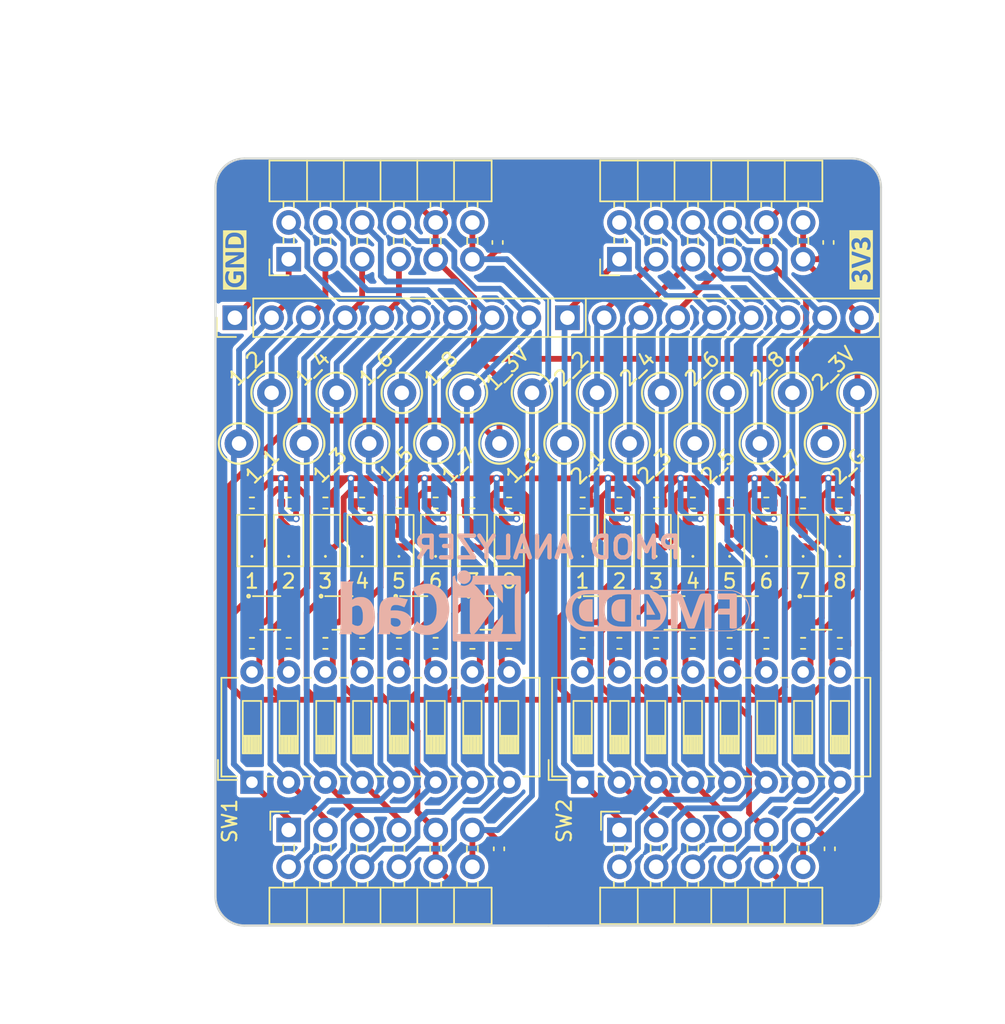
<source format=kicad_pcb>
(kicad_pcb (version 20221018) (generator pcbnew)
  (title_block (title "iCEBreaker PMOD - LED Panel HUB75E") (rev "V1.2c") (company "1BitSquared") (comment 1 "2018-2019 (C) 1BitSquared <info@1bitsquared.com>") (comment 2 "2018-2019 (C) Piotr Esden-Tempski <piotr@esden.net>") (comment 3 "License: CC-BY-SA 4.0"))
  (layers (0 "F.Cu" signal) (31 "B.Cu" signal) (34 "B.Paste" user) (35 "F.Paste" user) (36 "B.SilkS" user "B.Silkscreen") (37 "F.SilkS" user "F.Silkscreen") (38 "B.Mask" user) (39 "F.Mask" user) (44 "Edge.Cuts" user))
  (net 0 "")
  (net 1 "GND")
  (net 2 "+3V3")
  (net 3 "Net-(D1-K)")
  (net 4 "Net-(D1-A)")
  (net 5 "/J1_4")
  (net 6 "/J1_10")
  (net 7 "/J1_3")
  (net 8 "/J1_9")
  (net 9 "/J1_2")
  (net 10 "/J1_8")
  (net 11 "/J1_1")
  (net 12 "/J1_7")
  (net 13 "/J2_4")
  (net 14 "/J2_10")
  (net 15 "/J2_3")
  (net 16 "/J2_9")
  (net 17 "/J2_2")
  (net 18 "/J2_8")
  (net 19 "/J2_1")
  (net 20 "/J2_7")
  (net 21 "Net-(D2-K)")
  (net 22 "Net-(D2-A)")
  (net 23 "Net-(D3-K)")
  (net 24 "Net-(D3-A)")
  (net 25 "Net-(D4-K)")
  (net 26 "Net-(D4-A)")
  (net 27 "Net-(D5-K)")
  (net 28 "Net-(D5-A)")
  (net 29 "Net-(D6-K)")
  (net 30 "Net-(D6-A)")
  (net 31 "Net-(D7-K)")
  (net 32 "Net-(D7-A)")
  (net 33 "Net-(D8-K)")
  (net 34 "Net-(D8-A)")
  (net 35 "Net-(D9-K)")
  (net 36 "Net-(D9-A)")
  (net 37 "Net-(D10-K)")
  (net 38 "Net-(D10-A)")
  (net 39 "Net-(D11-K)")
  (net 40 "Net-(D11-A)")
  (net 41 "Net-(D12-K)")
  (net 42 "Net-(D12-A)")
  (net 43 "Net-(D13-K)")
  (net 44 "Net-(D13-A)")
  (net 45 "Net-(D14-K)")
  (net 46 "Net-(D14-A)")
  (net 47 "Net-(D15-K)")
  (net 48 "Net-(D15-A)")
  (net 49 "Net-(D16-K)")
  (net 50 "Net-(D16-A)")
  (net 51 "Net-(Q1A-B1)")
  (net 52 "Net-(Q1B-B2)")
  (net 53 "Net-(Q2A-B1)")
  (net 54 "Net-(Q2B-B2)")
  (net 55 "Net-(Q3A-B1)")
  (net 56 "Net-(Q3B-B2)")
  (net 57 "Net-(Q4A-B1)")
  (net 58 "Net-(Q4B-B2)")
  (net 59 "Net-(Q5A-B1)")
  (net 60 "Net-(Q5B-B2)")
  (net 61 "Net-(Q6A-B1)")
  (net 62 "Net-(Q6B-B2)")
  (net 63 "Net-(Q7A-B1)")
  (net 64 "Net-(Q7B-B2)")
  (net 65 "Net-(Q8A-B1)")
  (net 66 "Net-(Q8B-B2)")
  (net 67 "Net-(R1-Pad1)")
  (net 68 "Net-(R2-Pad2)")
  (net 69 "Net-(R3-Pad1)")
  (net 70 "Net-(R4-Pad2)")
  (net 71 "Net-(R5-Pad1)")
  (net 72 "Net-(R6-Pad2)")
  (net 73 "Net-(R7-Pad1)")
  (net 74 "Net-(R8-Pad2)")
  (net 75 "Net-(R17-Pad1)")
  (net 76 "Net-(R18-Pad2)")
  (net 77 "Net-(R19-Pad1)")
  (net 78 "Net-(R20-Pad2)")
  (net 79 "Net-(R21-Pad1)")
  (net 80 "Net-(R22-Pad2)")
  (net 81 "Net-(R23-Pad1)")
  (net 82 "Net-(R24-Pad2)")
  (footprint "FM4DD:PMODHeader_2x06_P2.54mm_Horizontal" (layer "F.Cu") (at 90.66 74.4 -90)
    (fp_text reference "J1")
    (fp_text value "PMOD")
  )
  (footprint "FM4DD:PMODHeader_2x06_P2.54mm_Horizontal" (layer "F.Cu") (at 113.52 74.4 -90)
    (fp_text reference "J2")
    (fp_text value "PMOD")
  )
  (footprint "Resistor_SMD:R_0402_1005Metric" (layer "F.Cu") (at 80.5 51.8)
    (fp_text reference "R11" hide)
    (fp_text value "390")
  )
  (footprint "FM4DD:TestPoint_Keystone_5000-5004_Miniature" (layer "F.Cu") (at 112.78 44.19)
    (fp_text reference "TP2_8" hide)
    (fp_text value "2_8")
  )
  (footprint "FM4DD:LED_0402_FPGA" (layer "F.Cu") (at 90.66 54.4 90)
    (fp_text reference "D7" hide)
    (fp_text value "7")
  )
  (footprint "FM4DD:LED_0402_FPGA" (layer "F.Cu") (at 77.96 54.4 90)
    (fp_text reference "D2" hide)
    (fp_text value "2")
  )
  (footprint "FM4DD:LED_0402_FPGA" (layer "F.Cu") (at 116.06 54.4 90)
    (fp_text reference "D16" hide)
    (fp_text value "8")
  )
  (footprint "FM4DD:TestPoint_Keystone_5000-5004_Miniature" (layer "F.Cu") (at 79.03 47.69)
    (fp_text reference "TP1_3" hide)
    (fp_text value "1_3")
  )
  (footprint "FM4DD:Label_GND" (layer "F.Cu") (at 74.23 35.01 90)
    (fp_text reference "G***" hide)
    (fp_text value "GND" hide)
  )
  (footprint "FM4DD:TestPoint_Keystone_5000-5004_Miniature" (layer "F.Cu") (at 97.03 47.69)
    (fp_text reference "TP2_1" hide)
    (fp_text value "2_1")
  )
  (footprint "Package_TO_SOT_SMD:SOT-363_SC-70-6" (layer "F.Cu") (at 104.63 59.4)
    (fp_text reference "Q6" hide)
    (fp_text value "Q_Dual_NPN_NPN_E1B1C2E2B2C1")
  )
  (footprint "Resistor_SMD:R_0402_1005Metric" (layer "F.Cu") (at 116.06 51.8)
    (fp_text reference "R32" hide)
    (fp_text value "390")
  )
  (footprint "FM4DD:PMODPinSocket_2x06_P2.54mm_Horizontal" (layer "F.Cu") (at 84.16 29 -90)
    (fp_text reference "J3" hide)
    (fp_text value "PMOD")
  )
  (footprint "Resistor_SMD:R_0402_1005Metric" (layer "F.Cu") (at 83.04 61.5 180)
    (fp_text reference "R4" hide)
    (fp_text value "2K2")
  )
  (footprint "Resistor_SMD:R_0402_1005Metric" (layer "F.Cu") (at 77.96 51.8)
    (fp_text reference "R10" hide)
    (fp_text value "390")
  )
  (footprint "Resistor_SMD:R_0402_1005Metric" (layer "F.Cu") (at 103.36 51.8)
    (fp_text reference "R27" hide)
    (fp_text value "390")
  )
  (footprint "FM4DD:LED_0402_FPGA" (layer "F.Cu") (at 75.42 54.4 90)
    (fp_text reference "D1" hide)
    (fp_text value "1")
  )
  (footprint "Resistor_SMD:R_0402_1005Metric" (layer "F.Cu") (at 105.9 61.5 180)
    (fp_text reference "R20" hide)
    (fp_text value "2K2")
  )
  (footprint "FM4DD:TestPoint_Keystone_5000-5004_Miniature" (layer "F.Cu") (at 108.28 44.19)
    (fp_text reference "TP2_6" hide)
    (fp_text value "2_6")
  )
  (footprint "FM4DD:TestPoint_Keystone_5000-5004_Miniature" (layer "F.Cu") (at 94.78 44.19)
    (fp_text reference "TP1_3V3" hide)
    (fp_text value "1_3V")
  )
  (footprint "Resistor_SMD:R_0402_1005Metric" (layer "F.Cu") (at 105.9 51.8)
    (fp_text reference "R28" hide)
    (fp_text value "390")
  )
  (footprint "Resistor_SMD:R_0402_1005Metric" (layer "F.Cu") (at 77.96 61.5 180)
    (fp_text reference "R2" hide)
    (fp_text value "2K2")
  )
  (footprint "Resistor_SMD:R_0402_1005Metric" (layer "F.Cu") (at 75.42 61.5 180)
    (fp_text reference "R1" hide)
    (fp_text value "2K2")
  )
  (footprint "Resistor_SMD:R_0402_1005Metric" (layer "F.Cu") (at 108.44 61.5 180)
    (fp_text reference "R21" hide)
    (fp_text value "2K2")
  )
  (footprint "FM4DD:LED_0402_FPGA" (layer "F.Cu") (at 105.9 54.4 90)
    (fp_text reference "D12" hide)
    (fp_text value "4")
  )
  (footprint "FM4DD:TestPoint_Keystone_5000-5004_Miniature" (layer "F.Cu") (at 115.03 47.69)
    (fp_text reference "TP2_G1" hide)
    (fp_text value "2_G")
  )
  (footprint "FM4DD:LED_0402_FPGA" (layer "F.Cu") (at 110.98 54.4 90)
    (fp_text reference "D14" hide)
    (fp_text value "6")
  )
  (footprint "Resistor_SMD:R_0402_1005Metric" (layer "F.Cu") (at 93.2 61.5 180)
    (fp_text reference "R8" hide)
    (fp_text value "2K2")
  )
  (footprint "Resistor_SMD:R_0402_1005Metric" (layer "F.Cu") (at 116.06 61.5 180)
    (fp_text reference "R24" hide)
    (fp_text value "2K2")
  )
  (footprint "Resistor_SMD:R_0402_1005Metric" (layer "F.Cu") (at 98.28 51.8)
    (fp_text reference "R25" hide)
    (fp_text value "390")
  )
  (footprint "Capacitor_SMD:C_0402_1005Metric" (layer "F.Cu") (at 92.4 33.8 -90)
    (fp_text reference "C2" hide)
    (fp_text value "0.1uF")
  )
  (footprint "Capacitor_SMD:C_0402_1005Metric" (layer "F.Cu") (at 115.36 75.7 90)
    (fp_text reference "C3" hide)
    (fp_text value "0.1uF")
  )
  (footprint "Package_TO_SOT_SMD:SOT-363_SC-70-6" (layer "F.Cu") (at 99.55 59.4)
    (fp_text reference "Q5" hide)
    (fp_text value "Q_Dual_NPN_NPN_E1B1C2E2B2C1")
  )
  (footprint "FM4DD:TestPoint_Keystone_5000-5004_Miniature" (layer "F.Cu") (at 81.28 44.19)
    (fp_text reference "TP1_4" hide)
    (fp_text value "1_4")
  )
  (footprint "FM4DD:LED_0402_FPGA" (layer "F.Cu") (at 98.28 54.4 90)
    (fp_text reference "D9" hide)
    (fp_text value "1")
  )
  (footprint "FM4DD:LED_0402_FPGA" (layer "F.Cu") (at 103.36 54.4 90)
    (fp_text reference "D11" hide)
    (fp_text value "3")
  )
  (footprint "FM4DD:LED_0402_FPGA" (layer "F.Cu") (at 100.82 54.4 90)
    (fp_text reference "D10" hide)
    (fp_text value "2")
  )
  (footprint "Resistor_SMD:R_0402_1005Metric" (layer "F.Cu") (at 100.82 61.5 180)
    (fp_text reference "R18" hide)
    (fp_text value "2K2")
  )
  (footprint "Button_Switch_THT:SW_DIP_SPSTx08_Slide_6.7x21.88mm_W7.62mm_P2.54mm_LowProfile" (layer "F.Cu") (at 98.28 71.1 90)
    (fp_text reference "SW2")
    (fp_text value "SW_DIP_x08")
  )
  (footprint "FM4DD:LED_0402_FPGA" (layer "F.Cu") (at 85.58 54.4 90)
    (fp_text reference "D5" hide)
    (fp_text value "5")
  )
  (footprint "FM4DD:TestPoint_Keystone_5000-5004_Miniature" (layer "F.Cu") (at 88.03 47.69)
    (fp_text reference "TP1_7" hide)
    (fp_text value "1_7")
  )
  (footprint "FM4DD:PMODPinSocket_2x06_P2.54mm_Horizontal" (layer "F.Cu") (at 107.02 29 -90)
    (fp_text reference "J4" hide)
    (fp_text value "PMOD")
  )
  (footprint "FM4DD:LED_0402_FPGA" (layer "F.Cu") (at 113.52 54.4 90)
    (fp_text reference "D15" hide)
    (fp_text value "7")
  )
  (footprint "Resistor_SMD:R_0402_1005Metric" (layer "F.Cu") (at 88.12 61.5 180)
    (fp_text reference "R6" hide)
    (fp_text value "2K2")
  )
  (footprint "FM4DD:LED_0402_FPGA" (layer "F.Cu") (at 88.12 54.4 90)
    (fp_text reference "D6" hide)
    (fp_text value "6")
  )
  (footprint "Resistor_SMD:R_0402_1005Metric" (layer "F.Cu") (at 85.58 51.8)
    (fp_text reference "R13" hide)
    (fp_text value "390")
  )
  (footprint "FM4DD:LED_0402_FPGA" (layer "F.Cu") (at 80.5 54.4 90)
    (fp_text reference "D3" hide)
    (fp_text value "3")
  )
  (footprint "FM4DD:TestPoint_Keystone_5000-5004_Miniature" (layer "F.Cu") (at 103.78 44.19)
    (fp_text reference "TP2_4" hide)
    (fp_text value "2_4")
  )
  (footprint "FM4DD:TestPoint_Keystone_5000-5004_Miniature" (layer "F.Cu") (at 74.53 47.69)
    (fp_text reference "TP1_1" hide)
    (fp_text value "1_1")
  )
  (footprint "Package_TO_SOT_SMD:SOT-363_SC-70-6" (layer "F.Cu") (at 86.85 59.4)
    (fp_text reference "Q3" hide)
    (fp_text value "Q_Dual_NPN_NPN_E1B1C2E2B2C1")
  )
  (footprint "FM4DD:TestPoint_Keystone_5000-5004_Miniature" (layer "F.Cu") (at 117.28 44.19)
    (fp_text reference "TP2_3V1" hide)
    (fp_text value "2_3V")
  )
  (footprint "FM4DD:TestPoint_Keystone_5000-5004_Miniature" (layer "F.Cu") (at 85.78 44.19)
    (fp_text reference "TP1_6" hide)
    (fp_text value "1_6")
  )
  (footprint "Connector_PinHeader_2.54mm:PinHeader_1x09_P2.54mm_Vertical" (layer "F.Cu") (at 74.24 39 90)
    (fp_text reference "J5" hide)
    (fp_text value "Conn_01x09")
  )
  (footprint "Package_TO_SOT_SMD:SOT-363_SC-70-6" (layer "F.Cu") (at 109.71 59.4)
    (fp_text reference "Q7" hide)
    (fp_text value "Q_Dual_NPN_NPN_E1B1C2E2B2C1")
  )
  (footprint "Resistor_SMD:R_0402_1005Metric" (layer "F.Cu") (at 75.42 51.8)
    (fp_text reference "R9" hide)
    (fp_text value "390")
  )
  (footprint "FM4DD:LED_0402_FPGA" (layer "F.Cu") (at 83.04 54.4 90)
    (fp_text reference "D4" hide)
    (fp_text value "4")
  )
  (footprint "FM4DD:TestPoint_Keystone_5000-5004_Miniature" (layer "F.Cu") (at 76.78 44.19)
    (fp_text reference "TP1_2" hide)
    (fp_text value "1_2")
  )
  (footprint "Resistor_SMD:R_0402_1005Metric" (layer "F.Cu") (at 100.82 51.8)
    (fp_text reference "R26" hide)
    (fp_text value "390")
  )
  (footprint "FM4DD:TestPoint_Keystone_5000-5004_Miniature" (layer "F.Cu") (at 83.53 47.69)
    (fp_text reference "TP1_5" hide)
    (fp_text value "1_5")
  )
  (footprint "Resistor_SMD:R_0402_1005Metric" (layer "F.Cu") (at 90.66 61.5 180)
    (fp_text reference "R7" hide)
    (fp_text value "2K2")
  )
  (footprint "Resistor_SMD:R_0402_1005Metric" (layer "F.Cu") (at 113.52 51.8)
    (fp_text reference "R31" hide)
    (fp_text value "390")
  )
  (footprint "FM4DD:LED_0402_FPGA" (layer "F.Cu") (at 93.2 54.4 90)
    (fp_text reference "D8" hide)
    (fp_text value "8")
  )
  (footprint "Resistor_SMD:R_0402_1005Metric" (layer "F.Cu") (at 80.5 61.5 180)
    (fp_text reference "R3" hide)
    (fp_text value "2K2")
  )
  (footprint "Resistor_SMD:R_0402_1005Metric" (layer "F.Cu") (at 110.98 61.5 180)
    (fp_text reference "R22" hide)
    (fp_text value "2K2")
  )
  (footprint "Resistor_SMD:R_0402_1005Metric" (layer "F.Cu") (at 85.58 61.5 180)
    (fp_text reference "R5" hide)
    (fp_text value "2K2")
  )
  (footprint "Resistor_SMD:R_0402_1005Metric" (layer "F.Cu") (at 110.98 51.8)
    (fp_text reference "R30" hide)
    (fp_text value "390")
  )
  (footprint "Package_TO_SOT_SMD:SOT-363_SC-70-6" (layer "F.Cu") (at 114.79 59.4)
    (fp_text reference "Q8" hide)
    (fp_text value "Q_Dual_NPN_NPN_E1B1C2E2B2C1")
  )
  (footprint "Resistor_SMD:R_0402_1005Metric" (layer "F.Cu") (at 113.52 61.5 180)
    (fp_text reference "R23" hide)
    (fp_text value "2K2")
  )
  (footprint "Package_TO_SOT_SMD:SOT-363_SC-70-6" (layer "F.Cu") (at 81.68 59.4)
    (fp_text reference "Q2" hide)
    (fp_text value "Q_Dual_NPN_NPN_E1B1C2E2B2C1")
  )
  (footprint "FM4DD:Label_3V3" (layer "F.Cu") (at 117.53 35 90)
    (fp_text reference "G***" hide)
    (fp_text value "3V3" hide)
  )
  (footprint "Capacitor_SMD:C_0402_1005Metric" (layer "F.Cu") (at 115.27 33.8 -90)
    (fp_text reference "C4" hide)
    (fp_text value "0.1uF")
  )
  (footprint "Package_TO_SOT_SMD:SOT-363_SC-70-6" (layer "F.Cu") (at 76.69 59.4)
    (fp_text reference "Q1" hide)
    (fp_text value "Q_Dual_NPN_NPN_E1B1C2E2B2C1")
  )
  (footprint "Resistor_SMD:R_0402_1005Metric" (layer "F.Cu") (at 88.12 51.8)
    (fp_text reference "R14" hide)
    (fp_text value "390")
  )
  (footprint "FM4DD:TestPoint_Keystone_5000-5004_Miniature" (layer "F.Cu") (at 90.28 44.19)
    (fp_text reference "TP1_8" hide)
    (fp_text value "1_8")
  )
  (footprint "Resistor_SMD:R_0402_1005Metric" (layer "F.Cu") (at 108.44 51.8)
    (fp_text reference "R29" hide)
    (fp_text value "390")
  )
  (footprint "Resistor_SMD:R_0402_1005Metric" (layer "F.Cu") (at 98.28 61.5 180)
    (fp_text reference "R17" hide)
    (fp_text value "2K2")
  )
  (footprint "FM4DD:TestPoint_Keystone_5000-5004_Miniature" (layer "F.Cu") (at 101.53 47.69)
    (fp_text reference "TP2_3" hide)
    (fp_text value "2_3")
  )
  (footprint "Capacitor_SMD:C_0402_1005Metric" (layer "F.Cu") (at 92.5 75.7 90)
    (fp_text reference "C1" hide)
    (fp_text value "0.1uF")
  )
  (footprint "FM4DD:TestPoint_Keystone_5000-5004_Miniature" (layer "F.Cu") (at 110.53 47.69)
    (fp_text reference "TP2_7" hide)
    (fp_text value "2_7")
  )
  (footprint "FM4DD:TestPoint_Keystone_5000-5004_Miniature" (layer "F.Cu") (at 92.53 47.69)
    (fp_text reference "TP1_G1" hide)
    (fp_text value "1_G")
  )
  (footprint "Resistor_SMD:R_0402_1005Metric" (layer "F.Cu") (at 103.36 61.5 180)
    (fp_text reference "R19" hide)
    (fp_text value "2K2")
  )
  (footprint "Button_Switch_THT:SW_DIP_SPSTx08_Slide_6.7x21.88mm_W7.62mm_P2.54mm_LowProfile" (layer "F.Cu") (at 75.42 71.1 90)
    (fp_text reference "SW1")
    (fp_text value "SW_DIP_x08")
  )
  (footprint "FM4DD:TestPoint_Keystone_5000-5004_Miniature" (layer "F.Cu") (at 106.03 47.69)
    (fp_text reference "TP2_5" hide)
    (fp_text value "2_5")
  )
  (footprint "FM4DD:TestPoint_Keystone_5000-5004_Miniature" (layer "F.Cu") (at 99.28 44.19)
    (fp_text reference "TP2_2" hide)
    (fp_text value "2_2")
  )
  (footprint "Resistor_SMD:R_0402_1005Metric" (layer "F.Cu") (at 93.2 51.8)
    (fp_text reference "R16" hide)
    (fp_text value "390")
  )
  (footprint "Resistor_SMD:R_0402_1005Metric" (layer "F.Cu") (at 83.04 51.8)
    (fp_text reference "R12" hide)
    (fp_text value "390")
  )
  (footprint "Package_TO_SOT_SMD:SOT-363_SC-70-6" (layer "F.Cu") (at 91.91 59.4)
    (fp_text reference "Q4" hide)
    (fp_text value "Q_Dual_NPN_NPN_E1B1C2E2B2C1")
  )
  (footprint "Resistor_SMD:R_0402_1005Metric" (layer "F.Cu") (at 90.66 51.8)
    (fp_text reference "R15" hide)
    (fp_text value "390")
  )
  (footprint "Connector_PinHeader_2.54mm:PinHeader_1x09_P2.54mm_Vertical" (layer "F.Cu") (at 97.23 39 90)
    (fp_text reference "J6" hide)
    (fp_text value "Conn_01x09")
  )
  (footprint "FM4DD:LED_0402_FPGA" (layer "F.Cu") (at 108.44 54.4 90)
    (fp_text reference "D13" hide)
    (fp_text value "5")
  )
  (footprint "FM4DD:Logo_FM4DD_5mm_SScr" (layer "B.Cu") (at 103.705618 59.187479 180)
    (fp_text reference "Ref**" hide)
    (fp_text value "1" hide)
  )
  (footprint "FM4DD:Logo_KiCad_5mm_SScr" (layer "B.Cu") (at 87.735698 59.437938 180)
    (fp_text reference "Ref**" hide)
    (fp_text value "Logo_KiCad_5mm_SScr" hide)
  )
  (gr_circle (center 90.4 58.25) (end 90.39 58.26) (stroke (width 0.15)) (fill none) (layer "F.SilkS"))
  (gr_circle (center 85.36 58.25) (end 85.35 58.26) (stroke (width 0.15)) (fill none) (layer "F.SilkS"))
  (gr_circle (center 108.2 58.24) (end 108.19 58.25) (stroke (width 0.15)) (fill none) (layer "F.SilkS"))
  (gr_circle (center 113.29 58.25) (end 113.28 58.26) (stroke (width 0.15)) (fill none) (layer "F.SilkS"))
  (gr_circle (center 80.2 58.24) (end 80.19 58.25) (stroke (width 0.15)) (fill none) (layer "F.SilkS"))
  (gr_circle (center 75.19 58.24) (end 75.18 58.25) (stroke (width 0.15)) (fill none) (layer "F.SilkS"))
  (gr_circle (center 103.12 58.25) (end 103.11 58.26) (stroke (width 0.15)) (fill none) (layer "F.SilkS"))
  (gr_circle (center 98.04 58.26) (end 98.03 58.27) (stroke (width 0.15)) (fill none) (layer "F.SilkS"))
  (gr_arc (start 74.9 81) (mid 73.485229 80.414771) (end 72.9 79) (stroke (width 0.15)) (layer "Edge.Cuts"))
  (gr_line (start 72.9 79) (end 72.9 63) (stroke (width 0.15)) (layer "Edge.Cuts"))
  (gr_line (start 118.9 30) (end 118.9 62) (stroke (width 0.15)) (layer "Edge.Cuts"))
  (gr_line (start 74.9 28) (end 116.9 28) (stroke (width 0.15)) (layer "Edge.Cuts"))
  (gr_arc (start 72.9 30) (mid 73.485786 28.585786) (end 74.9 28) (stroke (width 0.15)) (layer "Edge.Cuts"))
  (gr_line (start 95.9 81) (end 74.9 81) (stroke (width 0.15)) (layer "Edge.Cuts"))
  (gr_line (start 116.9 81) (end 95.9 81) (stroke (width 0.15)) (layer "Edge.Cuts"))
  (gr_arc (start 116.9 28) (mid 118.314214 28.585786) (end 118.9 30) (stroke (width 0.15)) (layer "Edge.Cuts"))
  (gr_line (start 72.9 30) (end 72.9 63) (stroke (width 0.15)) (layer "Edge.Cuts"))
  (gr_line (start 118.9 62) (end 118.9 79) (stroke (width 0.15)) (layer "Edge.Cuts"))
  (gr_arc (start 118.9 79) (mid 118.314214 80.414214) (end 116.9 81) (stroke (width 0.15)) (layer "Edge.Cuts"))
  (gr_text "PMOD ANALYZER" (at 95.88 54.88) (layer "B.SilkS") (effects (font (size 1.5 1.5) (thickness 0.3)) (justify mirror)))
  (segment (start 73.9 64.4) (end 73.9 59.43) (width 0.4) (layer "F.Cu") (net 1))
  (segment (start 79.2 64.7) (end 79.9 65.4) (width 0.4) (layer "F.Cu") (net 1))
  (segment (start 114.8 64.4) (end 114.2 65) (width 0.4) (layer "F.Cu") (net 1))
  (segment (start 75.98 32.19) (end 77.35 30.82) (width 0.4) (layer "F.Cu") (net 1))
  (segment (start 90.8 65.4) (end 96.89 65.4) (width 0.4) (layer "F.Cu") (net 1))
  (segment (start 112.6 30.8) (end 114.1 30.8) (width 0.4) (layer "F.Cu") (net 1))
  (segment (start 79.9 65.4) (end 77.5 65.4) (width 0.4) (layer "F.Cu") (net 1))
  (segment (start 109.73 64.37) (end 110.76 65.4) (width 0.4) (layer "F.Cu") (net 1))
  (segment (start 74.24 39) (end 75.98 37.26) (width 0.4) (layer "F.Cu") (net 1))
  (segment (start 90.8 65.4) (end 88.6 65.4) (width 0.4) (layer "F.Cu") (net 1))
  (segment (start 115.03 47.69) (end 115.03 43.15) (width 0.4) (layer "F.Cu") (net 1))
  (segment (start 113.72 37.7) (end 110.98 34.96) (width 0.4) (layer "F.Cu") (net 1))
  (segment (start 90.77 37.61) (end 90.77 41.51) (width 0.4) (layer "F.Cu") (net 1))
  (segment (start 81.75 60.63) (end 81.75 64.45) (width 0.4) (layer "F.Cu") (net 1))
  (segment (start 109.78 66.58) (end 108.2 65) (width 0.4) (layer "F.Cu") (net 1))
  (segment (start 92.5 77.3) (end 92.5 76.18) (width 0.4) (layer "F.Cu") (net 1))
  (segment (start 112.373883 78.333883) (end 110.98 76.94) (width 0.4) (layer "F.Cu") (net 1))
  (segment (start 88.12 34.96) (end 90.77 37.61) (width 0.4) (layer "F.Cu") (net 1))
  (segment (start 91.1 41.84) (end 90.77 41.51) (width 0.4) (layer "F.Cu") (net 1))
  (segment (start 87.8 60.05) (end 87.49 60.05) (width 0.4) (layer "F.Cu") (net 1))
  (segment (start 115.03 43.15) (end 113.72 41.84) (width 0.4) (layer "F.Cu") (net 1))
  (segment (start 114.246117 78.333883) (end 112.373883 78.333883) (width 0.4) (layer "F.Cu") (net 1))
  (segment (start 81.75 64.45) (end 82.7 65.4) (width 0.4) (layer "F.Cu") (net 1))
  (segment (start 89.68 78.5) (end 91.3 78.5) (width 0.4) (layer "F.Cu") (net 1))
  (segment (start 75.98 37.26) (end 75.98 32.19) (width 0.4) (layer "F.Cu") (net 1))
  (segment (start 91.3 78.5) (end 92.5 77.3) (width 0.4) (layer "F.Cu") (net 1))
  (segment (start 88.12 32.42) (end 88.12 34.96) (width 0.4) (layer "F.Cu") (net 1))
  (segment (start 74.83 58.75) (end 75.74 58.75) (width 0.4) (layer "F.Cu") (net 1))
  (segment (start 86.52 30.82) (end 88.12 32.42) (width 0.4) (layer "F.Cu") (net 1))
  (segment (start 88.12 76.94) (end 88.12 74.4) (width 0.4) (layer "F.Cu") (net 1))
  (segment (start 86.86 67.56) (end 84.7 65.4) (width 0.4) (layer "F.Cu") (net 1))
  (segment (start 76.7 60.65) (end 76.7 64.6) (width 0.4) (layer "F.Cu") (net 1))
  (segment (start 77.5 65.4) (end 74.9 65.4) (width 0.4) (layer "F.Cu") (net 1))
  (segment (start 115.27 31.97) (end 115.27 33.32) (width 0.4) (layer "F.Cu") (net 1))
  (segment (start 92.53 47.69) (end 90.95 46.11) (width 0.4) (layer "F.Cu") (net 1))
  (segment (start 102.1 64.35) (end 103.15 65.4) (width 0.4) (layer "F.Cu") (net 1))
  (segment (start 109.73 60.68) (end 109.73 64.37) (width 0.4) (layer "F.Cu") (net 1))
  (segment (start 112.26 64.53) (end 111.39 65.4) (width 0.4) (layer "F.Cu") (net 1))
  (segment (start 79.2 59.406472) (end 79.2 64.7) (width 0.4) (layer "F.Cu") (net 1))
  (segment (start 113.8 65.4) (end 114.31 64.89) (width 0.4) (layer "F.Cu") (net 1))
  (segment (start 107.2 59.351472) (end 107.2 64) (width 0.4) (layer "F.Cu") (net 1))
  (segment (start 88.12 74.4) (end 86.86 73.14) (width 0.4) (layer "F.Cu") (net 1))
  (segment (start 107.2 64) (end 108.2 65) (width 0.4) (layer "F.Cu") (net 1))
  (segment (start 103.68 58.75) (end 102.801472 58.75) (width 0.4) (layer "F.Cu") (net 1))
  (segment (start 110.98 76.94) (end 110.98 74.4) (width 0.4) (layer "F.Cu") (net 1))
  (segment (start 97.65 58.75) (end 96.6 59.8) (width 0.4) (layer "F.Cu") (net 1))
  (segment (start 79.856472 58.75) (end 79.2 59.406472) (width 0.4) (layer "F.Cu") (net 1))
  (segment (start 86.86 73.14) (end 86.86 67.56) (width 0.4) (layer "F.Cu") (net 1))
  (segment (start 100.2 60.05) (end 100.5 60.05) (width 0.4) (layer "F.Cu") (net 1))
  (segment (start 90.96 58.75) (end 90.086472 58.75) (width 0.4) (layer "F.Cu") (net 1))
  (segment (start 91.94 64.26) (end 90.8 65.4) (width 0.4) (layer "F.Cu") (net 1))
  (segment (start 88.12 32.42) (end 89.74 30.8) (width 0.4) (layer "F.Cu") (net 1))
  (segment (start 86.84 64.86) (end 86.3 65.4) (width 0.4) (layer "F.Cu") (net 1))
  (segment (start 108.76 58.75) (end 107.801472 58.75) (width 0.4) (layer "F.Cu") (net 1))
  (segment (start 86.84 60.7) (end 86.84 64.86) (width 0.4) (layer "F.Cu") (net 1))
  (segment (start 88.12 76.94) (end 89.68 78.5) (width 0.4) (layer "F.Cu") (net 1))
  (segment (start 92.48 60.05) (end 91.94 60.59) (width 0.4) (layer "F.Cu") (net 1))
  (segment (start 80.73 58.75) (end 79.856472 58.75) (width 0.4) (layer "F.Cu") (net 1))
  (segment (start 113.84 58.75) (end 112.65 58.75) (width 0.4) (layer "F.Cu") (net 1))
  (segment (start 110.98 32.42) (end 110.98 34.96) (width 0.4) (layer "F.Cu") (net 1))
  (segment (start 100.5 65.4) (end 99.55 64.45) (width 0.4) (layer "F.Cu") (net 1))
  (segment (start 109.78 73.2) (end 109.78 66.58) (width 0.4) (layer "F.Cu") (net 1))
  (segment (start 113.72 41.84) (end 91.1 41.84) (width 0.4) (layer "F.Cu") (net 1))
  (segment (start 104.64 60.71) (end 104.64 64.41) (width 0.4) (layer "F.Cu") (net 1))
  (segment (start 115.74 60.05) (end 115.44 60.05) (width 0.4) (layer "F.Cu") (net 1))
  (segment (start 105.3 60.05) (end 104.64 60.71) (width 0.4) (layer "F.Cu") (net 1))
  (segment (start 82.63 60.05) (end 82.33 60.05) (width 0.4) (layer "F.Cu") (net 1))
  (segment (start 114.1 30.8) (end 115.27 31.97) (width 0.4) (layer "F.Cu") (net 1))
  (segment (start 92.4 32) (end 92.4 33.32) (width 0.4) (layer "F.Cu") (net 1))
  (segment (start 76.7 64.6) (end 77.5 65.4) (width 0.4) (layer "F.Cu") (net 1))
  (segment (start 73.9 59.68) (end 74.83 58.75) (width 0.4) (layer "F.Cu") (net 1))
  (segment (start 102.1 59.451472) (end 102.1 64.35) (width 0.4) (layer "F.Cu") (net 1))
  (segment (start 96.6 64.46) (end 97.54 65.4) (width 0.4) (layer "F.Cu") (net 1))
  (segment (start 89.74 30.8) (end 91.2 30.8) (width 0.4) (layer "F.Cu") (net 1))
  (segment (start 115.36 76.18) (end 115.36 77.22) (width 0.4) (layer "F.Cu") (net 1))
  (segment (start 112.65 58.75) (end 112.26 59.14) (width 0.4) (layer "F.Cu") (net 1))
  (segment (start 89.4 64.6) (end 88.6 65.4) (width 0.4) (layer "F.Cu") (net 1))
  (segment (start 104.64 64.41) (end 105.63 65.4) (width 0.4) (layer "F.Cu") (net 1))
  (segment (start 96.6 59.8) (end 96.6 64.46) (width 0.4) (layer "F.Cu") (net 1))
  (segment (start 89.4 59.436472) (end 89.4 64.6) (width 0.4) (layer "F.Cu") (net 1))
  (segment (start 92.53 43.26) (end 92.53 47.69) (width 0.4) (layer "F.Cu") (net 1))
  (segment (start 113.72 41.84) (end 113.72 37.7) (width 0.4) (layer "F.Cu") (net 1))
  (segment (start 105.58 60.05) (end 105.3 60.05) (width 0.4) (layer "F.Cu") (net 1))
  (segment (start 84.7 65.4) (end 82.7 65.4) (width 0.4) (layer "F.Cu") (net 1))
  (segment (start 112.26 59.14) (end 112.26 64.53) (width 0.4) (layer "F.Cu") (net 1))
  (segment (start 91.2 30.8) (end 92.4 32) (width 0.4) (layer "F.Cu") (net 1))
  (segment (start 110.98 74.4) (end 109.78 73.2) (width 0.4) (layer "F.Cu") (net 1))
  (segment (start 90.086472 58.75) (end 89.4 59.436472) (width 0.4) (layer "F.Cu") (net 1))
  (segment (start 98.6 58.75) (end 97.65 58.75) (width 0.4) (layer "F.Cu") (net 1))
  (segment (start 107.801472 58.75) (end 107.2 59.351472) (width 0.4) (layer "F.Cu") (net 1))
  (segment (start 86.3 65.4) (end 84.7 65.4) (width 0.4) (layer "F.Cu") (net 1))
  (segment (start 85.9 58.75) (end 85.026472 58.75) (width 0.4) (layer "F.Cu") (net 1))
  (segment (start 73.9 50.57) (end 73.9 59.43) (width 0.4) (layer "F.Cu") (net 1))
  (segment (start 84.3 59.476472) (end 84.3 65) (width 0.4) (layer "F.Cu") (net 1))
  (segment (start 87.49 60.05) (end 86.84 60.7) (width 0.4) (layer "F.Cu") (net 1))
  (segment (start 114.8 60.69) (end 114.8 64.4) (width 0.4) (layer "F.Cu") (net 1))
  (segment (start 110.36 60.05) (end 109.73 60.68) (width 0.4) (layer "F.Cu") (net 1))
  (segment (start 110.98 32.42) (end 112.6 30.8) (width 0.4) (layer "F.Cu") (net 1))
  (segment (start 78.36 46.11) (end 73.9 50.57) (width 0.4) (layer "F.Cu") (net 1))
  (segment (start 96.93 65.4) (end 113.8 65.4) (width 0.4) (layer "F.Cu") (net 1))
  (segment (start 115.44 60.05) (end 114.8 60.69) (width 0.4) (layer "F.Cu") (net 1))
  (segment (start 99.55 60.7) (end 100.2 60.05) (width 0.4) (layer "F.Cu") (net 1))
  (segment (start 92.86 60.05) (end 92.48 60.05) (width 0.4) (layer "F.Cu") (net 1))
  (segment (start 88.6 65.4) (end 86.3 65.4) (width 0.4) (layer "F.Cu") (net 1))
  (segment (start 74.9 65.4) (end 73.9 64.4) (width 0.4) (layer "F.Cu") (net 1))
  (segment (start 90.93 41.66) (end 92.53 43.26) (width 0.4) (layer "F.Cu") (net 1))
  (segment (start 77.3 60.05) (end 76.7 60.65) (width 0.4) (layer "F.Cu") (net 1))
  (segment (start 99.55 64.45) (end 99.55 60.7) (width 0.4) (layer "F.Cu") (net 1))
  (segment (start 110.66 60.05) (end 110.36 60.05) (width 0.4) (layer "F.Cu") (net 1))
  (segment (start 90.95 46.11) (end 78.36 46.11) (width 0.4) (layer "F.Cu") (net 1))
  (segment (start 82.7 65.4) (end 79.9 65.4) (width 0.4) (layer "F.Cu") (net 1))
  (segment (start 102.801472 58.75) (end 102.1 59.451472) (width 0.4) (layer "F.Cu") (net 1))
  (segment (start 115.36 77.22) (end 114.246117 78.333883) (width 0.4) (layer "F.Cu") (net 1))
  (segment (start 84.3 65) (end 84.7 65.4) (width 0.4) (layer "F.Cu") (net 1))
  (segment (start 91.94 60.59) (end 91.94 64.26) (width 0.4) (layer "F.Cu") (net 1))
  (segment (start 77.35 30.82) (end 86.52 30.82) (width 0.4) (layer "F.Cu") (net 1))
  (segment (start 77.64 60.05) (end 77.3 60.05) (width 0.4) (layer "F.Cu") (net 1))
  (segment (start 85.026472 58.75) (end 84.3 59.476472) (width 0.4) (layer "F.Cu") (net 1))
  (segment (start 82.33 60.05) (end 81.75 60.63) (width 0.4) (layer "F.Cu") (net 1))
  (segment (start 100.031472 50.1) (end 105.051472 50.1) (width 0.4) (layer "F.Cu") (net 2))
  (segment (start 108.95 51.8) (end 108.95 50.94) (width 0.4) (layer "F.Cu") (net 2))
  (segment (start 103.87 51.8) (end 103.87 51.06) (width 0.4) (layer "F.Cu") (net 2))
  (segment (start 115.271472 50.1) (end 116.79 50.1) (width 0.4) (layer "F.Cu") (net 2))
  (segment (start 113.52 76.94) (end 113.52 74.4) (width 0.4) (layer "F.Cu") (net 2))
  (segment (start 103.87 51.06) (end 104.83 50.1) (width 0.4) (layer "F.Cu") (net 2))
  (segment (start 98.79 51.36) (end 98.79 51.8) (width 0.4) (layer "F.Cu") (net 2))
  (segment (start 81.01 51.8) (end 81.01 51.03) (width 0.4) (layer "F.Cu") (net 2))
  (segment (start 81.95 50.09) (end 82.261472 50.09) (width 0.4) (layer "F.Cu") (net 2))
  (segment (start 115.251472 50.1) (end 115.261472 50.09) (width 0.4) (layer "F.Cu") (net 2))
  (segment (start 114.03 50.99) (end 114.93 50.09) (width 0.4) (layer "F.Cu") (net 2))
  (segment (start 92.340736 50.110736) (end 92.069264 50.110736) (width 0.4) (layer "F.Cu") (net 2))
  (segment (start 98.79 51.8) (end 98.79 51.361472) (width 0.4) (layer "F.Cu") (net 2))
  (segment (start 99.69 50.12) (end 100.031472 50.12) (width 0.4) (layer "F.Cu") (net 2))
  (segment (start 94.78 44.19) (end 94.78 49.05) (width 0.4) (layer "F.Cu") (net 2))
  (segment (start 90.66 32.42) (end 90.66 34.96) (width 0.4) (layer "F.Cu") (net 2))
  (segment (start 76.86 50.09) (end 82.261472 50.09) (width 0.4) (layer "F.Cu") (net 2))
  (segment (start 115.261472 50.09) (end 115.271472 50.1) (width 0.4) (layer "F.Cu") (net 2))
  (segment (start 116.79 50.1) (end 117.28 49.61) (width 0.4) (layer "F.Cu") (net 2))
  (segment (start 90.66 34.96) (end 91.72 34.96) (width 0.4) (layer "F.Cu") (net 2))
  (segment (start 100.031472 50.12) (end 100.011472 50.1) (width 0.4) (layer "F.Cu") (net 2))
  (segment (start 113.52 74.4) (end 114.54 74.4) (width 0.4) (layer "F.Cu") (net 2))
  (segment (start 113.52 34.96) (end 117.55 38.99) (width 0.4) (layer "F.Cu") (net 2))
  (segment (start 82.261472 50.09) (end 87.341472 50.09) (width 0.4) (layer "F.Cu") (net 2))
  (segment (start 110.151472 50.1) (end 110.161472 50.09) (width 0.4) (layer "F.Cu") (net 2))
  (segment (start 116.57 51.8) (end 116.57 52.88) (width 0.4) (layer "F.Cu") (net 2))
  (segment (start 98.79 51.02) (end 99.69 50.12) (width 0.4) (layer "F.Cu") (net 2))
  (segment (start 78.47 51.8) (end 78.47 52.88) (width 0.4) (layer "F.Cu") (net 2))
  (segment (start 87.341472 50.09) (end 87.351472 50.1) (width 0.4) (layer "F.Cu") (net 2))
  (segment (start 88.63 51.8) (end 88.63 52.88) (width 0.4) (layer "F.Cu") (net 2))
  (segment (start 91.17 51.01) (end 91.17 51.8) (width 0.4) (layer "F.Cu") (net 2))
  (segment (start 109.79 50.1) (end 110.161472 50.1) (width 0.4) (layer "F.Cu") (net 2))
  (segment (start 98.79 51.361472) (end 98.79 51.02) (width 0.4) (layer "F.Cu") (net 2))
  (segment (start 92.33 50.1) (end 92.340736 50.110736) (width 0.4) (layer "F.Cu") (net 2))
  (segment (start 104.83 50.1) (end 105.051472 50.1) (width 0.4) (layer "F.Cu") (net 2))
  (segment (start 81.01 51.03) (end 81.95 50.09) (width 0.4) (layer "F.Cu") (net 2))
  (segment (start 117.55 38.99) (end 117.55 39) (width 0.4) (layer "F.Cu") (net 2))
  (segment (start 75.93 51.02) (end 76.86 50.09) (width 0.4) (layer "F.Cu") (net 2))
  (segment (start 110.161472 50.1) (end 110.161472 50.09) (width 0.4) (layer "F.Cu") (net 2))
  (segment (start 113.52 34.96) (end 114.59 34.96) (width 0.4) (layer "F.Cu") (net 2))
  (segment (start 91.72 34.96) (end 92.4 34.28) (width 0.4) (layer "F.Cu") (net 2))
  (segment (start 114.03 51.8) (end 114.03 50.99) (width 0.4) (layer "F.Cu") (net 2))
  (segment (start 91.68 74.4) (end 90.66 74.4) (width 0.4) (layer "F.Cu") (net 2))
  (segment (start 92.5 75.22) (end 91.68 74.4) (width 0.4) (layer "F.Cu") (net 2))
  (segment (start 86.09 51) (end 86.99 50.1) (width 0.4) (layer "F.Cu") (net 2))
  (segment (start 110.171472 50.1) (end 115.251472 50.1) (width 0.4) (layer "F.Cu") (net 2))
  (segment (start 113.52 32.42) (end 113.52 34.96) (width 0.4) (layer "F.Cu") (net 2))
  (segment (start 94.78 49.05) (end 93.72 50.11) (width 0.4) (layer "F.Cu") (net 2))
  (segment (start 105.051472 50.1) (end 110.151472 50.1) (width 0.4) (layer "F.Cu") (net 2))
  (segment (start 86.99 50.1) (end 87.351472 50.1) (width 0.4) (layer "F.Cu") (net 2))
  (segment (start 117.28 49.61) (end 117.28 44.19) (width 0.4) (layer "F.Cu") (net 2))
  (segment (start 87.351472 50.1) (end 92.33 50.1) (width 0.4) (layer "F.Cu") (net 2))
  (segment (start 92.351472 50.1) (end 92.340736 50.110736) (width 0.4) (layer "F.Cu") (net 2))
  (segment (start 83.55 51.8) (end 83.55 52.88) (width 0.4) (layer "F.Cu") (net 2))
  (segment (start 114.54 74.4) (end 115.36 75.22) (width 0.4) (layer "F.Cu") (net 2))
  (segment (start 75.93 51.8) (end 75.93 51.02) (width 0.4) (layer "F.Cu") (net 2))
  (segment (start 90.66 76.94) (end 90.66 74.4) (width 0.4) (layer "F.Cu") (net 2))
  (segment (start 93.71 51.8) (end 93.71 52.88) (width 0.4) (layer "F.Cu") (net 2))
  (segment (start 114.93 50.09) (end 115.261472 50.09) (width 0.4) (layer "F.Cu") (net 2))
  (segment (start 100.011472 50.1) (end 92.351472 50.1) (width 0.4) (layer "F.Cu") (net 2))
  (segment (start 114.59 34.96) (end 115.27 34.28) (width 0.4) (layer "F.Cu") (net 2))
  (segment (start 117.28 39.27) (end 117.28 44.19) (width 0.4) (layer "F.Cu") (net 2))
  (segment (start 108.95 50.94) (end 109.79 50.1) (width 0.4) (layer "F.Cu") (net 2))
  (segment (start 101.33 51.8) (end 101.33 52.88) (width 0.4) (layer "F.Cu") (net 2))
  (segment (start 111.49 51.8) (end 111.49 52.89) (width 0.4) (layer "F.Cu") (net 2))
  (segment (start 92.069264 50.110736) (end 91.17 51.01) (width 0.4) (layer "F.Cu") (net 2))
  (segment (start 86.09 51.8) (end 86.09 51) (width 0.4) (layer "F.Cu") (net 2))
  (segment (start 110.161472 50.09) (end 110.171472 50.1) (width 0.4) (layer "F.Cu") (net 2))
  (segment (start 117.55 39) (end 117.28 39.27) (width 0.4) (layer "F.Cu") (net 2))
  (segment (start 106.41 51.8) (end 106.41 52.88) (width 0.4) (layer "F.Cu") (net 2))
  (via (at 92.340736 50.1) (size 0.5) (drill 0.3) (layers "F.Cu" "B.Cu") (net 2))
  (via (at 106.41 52.88) (size 0.5) (drill 0.3) (layers "F.Cu" "B.Cu") (net 2))
  (via (at 116.57 52.88) (size 0.5) (drill 0.3) (layers "F.Cu" "B.Cu") (net 2))
  (via (at 87.351472 50.1) (size 0.5) (drill 0.3) (layers "F.Cu" "B.Cu") (net 2))
  (via (at 111.49 52.89) (size 0.5) (drill 0.3) (layers "F.Cu" "B.Cu") (net 2))
  (via (at 77.44 50.1) (size 0.5) (drill 0.3) (layers "F.Cu" "B.Cu") (net 2))
  (via (at 115.261472 50.1) (size 0.5) (drill 0.3) (layers "F.Cu" "B.Cu") (net 2))
  (via (at 100.031472 50.1) (size 0.5) (drill 0.3) (layers "F.Cu" "B.Cu") (net 2))
  (via (at 83.55 52.88) (size 0.5) (drill 0.3) (layers "F.Cu" "B.Cu") (net 2))
  (via (at 82.261472 50.1) (size 0.5) (drill 0.3) (layers "F.Cu" "B.Cu") (net 2))
  (via (at 101.33 52.88) (size 0.5) (drill 0.3) (layers "F.Cu" "B.Cu") (net 2))
  (via (at 78.47 52.88) (size 0.5) (drill 0.3) (layers "F.Cu" "B.Cu") (net 2))
  (via (at 105.051472 50.1) (size 0.5) (drill 0.3) (layers "F.Cu" "B.Cu") (net 2))
  (via (at 88.63 52.88) (size 0.5) (drill 0.3) (layers "F.Cu" "B.Cu") (net 2))
  (via (at 110.161472 50.1) (size 0.5) (drill 0.3) (layers "F.Cu" "B.Cu") (net 2))
  (via (at 93.71 52.88) (size 0.5) (drill 0.3) (layers "F.Cu" "B.Cu") (net 2))
  (segment (start 95.9 43.07) (end 95.9 37.82) (width 0.4) (layer "B.Cu") (net 2))
  (segment (start 100.031472 52.361472) (end 100.55 52.88) (width 0.4) (layer "B.Cu") (net 2))
  (segment (start 92.340736 52.060736) (end 93.16 52.88) (width 0.4) (layer "B.Cu") (net 2))
  (segment (start 115.94 52.88) (end 116.57 52.88) (width 0.4) (layer "B.Cu") (net 2))
  (segment (start 94.78 72.02) (end 92.4 74.4) (width 0.4) (layer "B.Cu") (net 2))
  (segment (start 87.351472 52.131472) (end 88.1 52.88) (width 0.4) (layer "B.Cu") (net 2))
  (segment (start 77.44 52.32) (end 78 52.88) (width 0.4) (layer "B.Cu") (net 2))
  (segment (start 100.55 52.88) (end 101.33 52.88) (width 0.4) (layer "B.Cu") (net 2))
  (segment (start 94.78 44.19) (end 94.78 72.02) (width 0.4) (layer "B.Cu") (net 2))
  (segment (start 92.340736 50.1) (end 92.340736 52.060736) (width 0.4) (layer "B.Cu") (net 2))
  (segment (start 93.04 34.96) (end 90.66 34.96) (width 0.4) (layer "B.Cu") (net 2))
  (segment (start 105.68 52.88) (end 106.41 52.88) (width 0.4) (layer "B.Cu") (net 2))
  (segment (start 95.9 37.82) (end 93.04 34.96) (width 0.4) (layer "B.Cu") (net 2))
  (segment (start 117.28 71.69) (end 114.57 74.4) (width 0.4) (layer "B.Cu") (net 2))
  (segment (start 94.78 44.19) (end 95.9 43.07) (width 0.4) (layer "B.Cu") (net 2))
  (segment (start 92.4 74.4) (end 90.66 74.4) (width 0.4) (layer "B.Cu") (net 2))
  (segment (start 82.98 52.88) (end 83.55 52.88) (width 0.4) (layer "B.Cu") (net 2))
  (segment (start 82.261472 50.1) (end 82.261472 52.161472) (width 0.4) (layer "B.Cu") (net 2))
  (segment (start 105.051472 52.251472) (end 105.68 52.88) (width 0.4) (layer "B.Cu") (net 2))
  (segment (start 93.16 52.88) (end 93.71 52.88) (width 0.4) (layer "B.Cu") (net 2))
  (segment (start 110.82 52.89) (end 110.161472 52.231472) (width 0.4) (layer "B.Cu") (net 2))
  (segment (start 78 52.88) (end 78.47 52.88) (width 0.4) (layer "B.Cu") (net 2))
  (segment (start 87.351472 50.1) (end 87.351472 52.131472) (width 0.4) (layer "B.Cu") (net 2))
  (segment (start 110.161472 52.231472) (end 110.161472 50.1) (width 0.4) (layer "B.Cu") (net 2))
  (segment (start 82.261472 52.161472) (end 82.98 52.88) (width 0.4) (layer "B.Cu") (net 2))
  (segment (start 117.28 44.19) (end 117.28 71.69) (width 0.4) (layer "B.Cu") (net 2))
  (segment (start 115.261472 50.09) (end 115.261472 52.201472) (width 0.4) (layer "B.Cu") (net 2))
  (segment (start 115.261472 52.201472) (end 115.94 52.88) (width 0.4) (layer "B.Cu") (net 2))
  (segment (start 114.57 74.4) (end 113.52 74.4) (width 0.4) (layer "B.Cu") (net 2))
  (segment (start 88.1 52.88) (end 88.63 52.88) (width 0.4) (layer "B.Cu") (net 2))
  (segment (start 111.49 52.89) (end 110.82 52.89) (width 0.4) (layer "B.Cu") (net 2))
  (segment (start 105.051472 50.1) (end 105.051472 52.251472) (width 0.4) (layer "B.Cu") (net 2))
  (segment (start 77.44 50.1) (end 77.44 52.32) (width 0.4) (layer "B.Cu") (net 2))
  (segment (start 100.031472 50.1) (end 100.031472 52.361472) (width 0.4) (layer "B.Cu") (net 2))
  (segment (start 79.25 57.65) (end 78.15 58.75) (width 0.4) (layer "F.Cu") (net 3))
  (segment (start 75.42 54.885) (end 76.015 54.885) (width 0.4) (layer "F.Cu") (net 3))
  (segment (start 79.25 51.39) (end 79.25 57.65) (width 0.4) (layer "F.Cu") (net 3))
  (segment (start 77.16 50.84) (end 78.7 50.84) (width 0.4) (layer "F.Cu") (net 3))
  (segment (start 78.7 50.84) (end 79.25 51.39) (width 0.4) (layer "F.Cu") (net 3))
  (segment (start 78.15 58.75) (end 77.64 58.75) (width 0.4) (layer "F.Cu") (net 3))
  (segment (start 76.015 54.885) (end 76.7 54.2) (width 0.4) (layer "F.Cu") (net 3))
  (segment (start 76.7 51.3) (end 77.16 50.84) (width 0.4) (layer "F.Cu") (net 3))
  (segment (start 76.7 54.2) (end 76.7 51.3) (width 0.4) (layer "F.Cu") (net 3))
  (segment (start 74.91 51.8) (end 74.91 52.98) (width 0.4) (layer "F.Cu") (net 4))
  (segment (start 75.42 53.49) (end 75.42 53.915) (width 0.4) (layer "F.Cu") (net 4))
  (segment (start 74.91 52.98) (end 75.42 53.49) (width 0.4) (layer "F.Cu") (net 4))
  (segment (start 85.58 73.64) (end 85.58 74.4) (width 0.4) (layer "F.Cu") (net 5))
  (segment (start 83.04 71.1) (end 85.58 73.64) (width 0.4) (layer "F.Cu") (net 5))
  (segment (start 85.58 34.96) (end 85.58 37.82) (width 0.4) (layer "F.Cu") (net 5))
  (segment (start 85.58 37.82) (end 84.4 39) (width 0.4) (layer "F.Cu") (net 5))
  (segment (start 81.28 44.19) (end 81.28 42.12) (width 0.4) (layer "B.Cu") (net 5))
  (segment (start 81.28 54.48) (end 81.28 44.19) (width 0.4) (layer "B.Cu") (net 5))
  (segment (start 83.04 71.1) (end 81.75 69.81) (width 0.4) (layer "B.Cu") (net 5))
  (segment (start 81.75 54.95) (end 81.28 54.48) (width 0.4) (layer "B.Cu") (net 5))
  (segment (start 81.75 69.81) (end 81.75 54.95) (width 0.4) (layer "B.Cu") (net 5))
  (segment (start 81.28 42.12) (end 84.4 39) (width 0.4) (layer "B.Cu") (net 5))
  (segment (start 90.9 37) (end 92.56 37) (width 0.4) (layer "B.Cu") (net 6))
  (segment (start 90.03 73.06) (end 89.39 73.7) (width 0.4) (layer "B.Cu") (net 6))
  (segment (start 88.75 75.69) (end 86.906295 75.69) (width 0.4) (layer "B.Cu") (net 6))
  (segment (start 91.24 73.06) (end 90.03 73.06) (width 0.4) (layer "B.Cu") (net 6))
  (segment (start 86.906295 75.69) (end 85.656295 76.94) (width 0.4) (layer "B.Cu") (net 6))
  (segment (start 85.58 32.42) (end 86.87 33.71) (width 0.4) (layer "B.Cu") (net 6))
  (segment (start 89.41 34.41) (end 89.41 35.51) (width 0.4) (layer "B.Cu") (net 6))
  (segment (start 85.656295 76.94) (end 85.58 76.94) (width 0.4) (layer "B.Cu") (net 6))
  (segment (start 93.2 71.1) (end 91.24 73.06) (width 0.4) (layer "B.Cu") (net 6))
  (segment (start 90.28 44.19) (end 94.56 39.91) (width 0.4) (layer "B.Cu") (net 6))
  (segment (start 92.56 37) (end 94.56 39) (width 0.4) (layer "B.Cu") (net 6))
  (segment (start 88.71 33.71) (end 89.41 34.41) (width 0.4) (layer "B.Cu") (net 6))
  (segment (start 89.41 35.51) (end 90.9 37) (width 0.4) (layer "B.Cu") (net 6))
  (segment (start 89.39 73.7) (end 89.39 75.05) (width 0.4) (layer "B.Cu") (net 6))
  (segment (start 93.2 71.1) (end 91.96 69.86) (width 0.4) (layer "B.Cu") (net 6))
  (segment (start 89.39 75.05) (end 88.75 75.69) (width 0.4) (layer "B.Cu") (net 6))
  (segment (start 91.96 56.06) (end 90.28 54.38) (width 0.4) (layer "B.Cu") (net 6))
  (segment (start 94.56 39.91) (end 94.56 39) (width 0.4) (layer "B.Cu") (net 6))
  (segment (start 86.87 33.71) (end 88.71 33.71) (width 0.4) (layer "B.Cu") (net 6))
  (segment (start 90.28 54.38) (end 90.28 44.19) (width 0.4) (layer "B.Cu") (net 6))
  (segment (start 91.96 69.86) (end 91.96 56.06) (width 0.4) (layer "B.Cu") (net 6))
  (segment (start 83.04 34.96) (end 83.04 37.82) (width 0.4) (layer "F.Cu") (net 7))
  (segment (start 80.5 71.1) (end 83.04 73.64) (width 0.4) (layer "F.Cu") (net 7))
  (segment (start 83.04 73.64) (end 83.04 74.4) (width 0.4) (layer "F.Cu") (net 7))
  (segment (start 83.04 37.82) (end 81.86 39) (width 0.4) (layer "F.Cu") (net 7))
  (segment (start 79.03 47.69) (end 79.03 41.83) (width 0.4) (layer "B.Cu") (net 7))
  (segment (start 79.21 69.81) (end 79.21 47.87) (width 0.4) (layer "B.Cu") (net 7))
  (segment (start 79.03 41.83) (end 81.86 39) (width 0.4) (layer "B.Cu") (net 7))
  (segment (start 79.21 47.87) (end 79.03 47.69) (width 0.4) (layer "B.Cu") (net 7))
  (segment (start 80.5 71.1) (end 79.21 69.81) (width 0.4) (layer "B.Cu") (net 7))
  (segment (start 88.03 49.15) (end 88.03 47.69) (width 0.4) (layer "B.Cu") (net 8))
  (segment (start 90.66 71.1) (end 89.4 69.84) (width 0.4) (layer "B.Cu") (net 8))
  (segment (start 87.52 73.15) (end 86.86 73.81) (width 0.4) (layer "B.Cu") (net 8))
  (segment (start 88.61 73.15) (end 87.52 73.15) (width 0.4) (layer "B.Cu") (net 8))
  (segment (start 86.86 74.887767) (end 86.057767 75.69) (width 0.4) (layer "B.Cu") (net 8))
  (segment (start 84.51 75.69) (end 83.26 76.94) (width 0.4) (layer "B.Cu") (net 8))
  (segment (start 84.7 36.5) (end 89.52 36.5) (width 0.4) (layer "B.Cu") (net 8))
  (segment (start 89.4 69.84) (end 89.4 50.52) (width 0.4) (layer "B.Cu") (net 8))
  (segment (start 88.03 42.99) (end 92.02 39) (width 0.4) (layer "B.Cu") (net 8))
  (segment (start 89.52 36.5) (end 92.02 39) (width 0.4) (layer "B.Cu") (net 8))
  (segment (start 84.33 36.13) (end 84.7 36.5) (width 0.4) (layer "B.Cu") (net 8))
  (segment (start 83.04 32.42) (end 84.33 33.71) (width 0.4) (layer "B.Cu") (net 8))
  (segment (start 86.057767 75.69) (end 84.51 75.69) (width 0.4) (layer "B.Cu") (net 8))
  (segment (start 83.26 76.94) (end 83.04 76.94) (width 0.4) (layer "B.Cu") (net 8))
  (segment (start 86.86 73.81) (end 86.86 74.887767) (width 0.4) (layer "B.Cu") (net 8))
  (segment (start 84.33 33.71) (end 84.33 36.13) (width 0.4) (layer "B.Cu") (net 8))
  (segment (start 88.03 47.69) (end 88.03 42.99) (width 0.4) (layer "B.Cu") (net 8))
  (segment (start 90.66 71.1) (end 88.61 73.15) (width 0.4) (layer "B.Cu") (net 8))
  (segment (start 89.4 50.52) (end 88.03 49.15) (width 0.4) (layer "B.Cu") (net 8))
  (segment (start 80.5 37.82) (end 79.32 39) (width 0.4) (layer "F.Cu") (net 9))
  (segment (start 77.96 71.1) (end 80.5 73.64) (width 0.4) (layer "F.Cu") (net 9))
  (segment (start 80.5 73.64) (end 80.5 74.4) (width 0.4) (layer "F.Cu") (net 9))
  (segment (start 80.5 34.96) (end 80.5 37.82) (width 0.4) (layer "F.Cu") (net 9))
  (segment (start 76.78 41.54) (end 79.32 39) (width 0.4) (layer "B.Cu") (net 9))
  (segment (start 77.96 71.1) (end 76.7 69.84) (width 0.4) (layer "B.Cu") (net 9))
  (segment (start 76.78 44.19) (end 76.78 41.54) (width 0.4) (layer "B.Cu") (net 9))
  (segment (start 76.7 69.84) (end 76.7 44.27) (width 0.4) (layer "B.Cu") (net 9))
  (segment (start 76.7 44.27) (end 76.78 44.19) (width 0.4) (layer "B.Cu") (net 9))
  (segment (start 86.2 73.02) (end 82.51 73.02) (width 0.4) (layer "B.Cu") (net 10))
  (segment (start 85.78 42.7) (end 89.48 39) (width 0.4) (layer "B.Cu") (net 10))
  (segment (start 82.51 73.02) (end 81.77 73.76) (width 0.4) (layer "B.Cu") (net 10))
  (segment (start 81.75 35.45) (end 83.4 37.1) (width 0.4) (layer "B.Cu") (net 10))
  (segment (start 86.84 55.34) (end 85.78 54.28) (width 0.4) (layer "B.Cu") (net 10))
  (segment (start 80.5 32.42) (end 81.75 33.67) (width 0.4) (layer "B.Cu") (net 10))
  (segment (start 81.75 33.67) (end 81.75 35.45) (width 0.4) (layer "B.Cu") (net 10))
  (segment (start 81.77 73.76) (end 81.77 75.67) (width 0.4) (layer "B.Cu") (net 10))
  (segment (start 83.4 37.1) (end 87.58 37.1) (width 0.4) (layer "B.Cu") (net 10))
  (segment (start 86.84 69.82) (end 86.84 55.34) (width 0.4) (layer "B.Cu") (net 10))
  (segment (start 85.78 54.28) (end 85.78 44.19) (width 0.4) (layer "B.Cu") (net 10))
  (segment (start 88.12 71.1) (end 86.2 73.02) (width 0.4) (layer "B.Cu") (net 10))
  (segment (start 87.58 37.1) (end 89.48 39) (width 0.4) (layer "B.Cu") (net 10))
  (segment (start 88.12 71.1) (end 86.84 69.82) (width 0.4) (layer "B.Cu") (net 10))
  (segment (start 81.77 75.67) (end 80.5 76.94) (width 0.4) (layer "B.Cu") (net 10))
  (segment (start 85.78 44.19) (end 85.78 42.7) (width 0.4) (layer "B.Cu") (net 10))
  (segment (start 77.96 73.64) (end 75.42 71.1) (width 0.4) (layer "F.Cu") (net 11))
  (segment (start 77.96 37.82) (end 77.96 34.96) (width 0.4) (layer "F.Cu") (net 11))
  (segment (start 76.78 39) (end 77.96 37.82) (width 0.4) (layer "F.Cu") (net 11))
  (segment (start 77.96 74.4) (end 77.96 73.64) (width 0.4) (layer "F.Cu") (net 11))
  (segment (start 74.53 41.25) (end 76.78 39) (width 0.4) (layer "B.Cu") (net 11))
  (segment (start 74.17 69.85) (end 75.42 71.1) (width 0.4) (layer "B.Cu") (net 11))
  (segment (start 74.53 47.69) (end 74.17 48.05) (width 0.4) (layer "B.Cu") (net 11))
  (segment (start 74.53 47.69) (end 74.53 41.25) (width 0.4) (layer "B.Cu") (net 11))
  (segment (start 74.17 48.05) (end 74.17 69.85) (width 0.4) (layer "B.Cu") (net 11))
  (segment (start 79.25 35.477767) (end 81.472233 37.7) (width 0.4) (layer "B.Cu") (net 12))
  (segment (start 80.69 72.39) (end 79.24 73.84) (width 0.4) (layer "B.Cu") (net 12))
  (segment (start 83.5 47.72) (end 83.53 47.69) (width 0.4) (layer "B.Cu") (net 12))
  (segment (start 83.5 49.66) (end 83.5 47.72) (width 0.4) (layer "B.Cu") (net 12))
  (segment (start 83.53 47.69) (end 83.53 42.41) (width 0.4) (layer "B.Cu") (net 12))
  (segment (start 85.58 71.1) (end 84.29 72.39) (width 0.4) (layer "B.Cu") (net 12))
  (segment (start 77.96 32.42) (end 79.25 33.71) (width 0.4) (layer "B.Cu") (net 12))
  (segment (start 79.24 75.66) (end 77.96 76.94) (width 0.4) (layer "B.Cu") (net 12))
  (segment (start 84.3 50.46) (end 83.5 49.66) (width 0.4) (layer "B.Cu") (net 12))
  (segment (start 84.29 72.39) (end 80.69 72.39) (width 0.4) (layer "B.Cu") (net 12))
  (segment (start 85.58 71.1) (end 84.3 69.82) (width 0.4) (layer "B.Cu") (net 12))
  (segment (start 83.53 42.41) (end 86.94 39) (width 0.4) (layer "B.Cu") (net 12))
  (segment (start 79.24 73.84) (end 79.24 75.66) (width 0.4) (layer "B.Cu") (net 12))
  (segment (start 84.3 69.82) (end 84.3 50.46) (width 0.4) (layer "B.Cu") (net 12))
  (segment (start 85.64 37.7) (end 86.94 39) (width 0.4) (layer "B.Cu") (net 12))
  (segment (start 79.25 33.71) (end 79.25 35.477767) (width 0.4) (layer "B.Cu") (net 12))
  (segment (start 81.472233 37.7) (end 85.64 37.7) (width 0.4) (layer "B.Cu") (net 12))
  (segment (start 108.44 73.64) (end 108.44 74.4) (width 0.4) (layer "F.Cu") (net 13))
  (segment (start 104.85 38.55) (end 104.85 39) (width 0.4) (layer "F.Cu") (net 13))
  (segment (start 108.44 34.96) (end 104.85 38.55) (width 0.4) (layer "F.Cu") (net 13))
  (segment (start 105.9 71.1) (end 108.44 73.64) (width 0.4) (layer "F.Cu") (net 13))
  (segment (start 104.63 69.83) (end 105.9 71.1) (width 0.4) (layer "B.Cu") (net 13))
  (segment (start 103.78 44.19) (end 103.74 44.23) (width 0.4) (layer "B.Cu") (net 13))
  (segment (start 103.78 44.19) (end 103.78 40.07) (width 0.4) (layer "B.Cu") (net 13))
  (segment (start 104.63 55.13) (end 104.63 69.83) (width 0.4) (layer "B.Cu") (net 13))
  (segment (start 103.78 40.07) (end 104.85 39) (width 0.4) (layer "B.Cu") (net 13))
  (segment (start 103.74 54.24) (end 104.63 55.13) (width 0.4) (layer "B.Cu") (net 13))
  (segment (start 103.74 44.23) (end 103.74 54.24) (width 0.4) (layer "B.Cu") (net 13))
  (segment (start 111.6 33.71) (end 112.25 34.36) (width 0.4) (layer "B.Cu") (net 14))
  (segment (start 112.27 73.77) (end 112.27 75.130001) (width 0.4) (layer "B.Cu") (net 14))
  (segment (start 112.27 75.130001) (end 111.710001 75.69) (width 0.4) (layer "B.Cu") (net 14))
  (segment (start 114.81 69.85) (end 116.06 71.1) (width 0.4) (layer "B.Cu") (net 14))
  (segment (start 112.78 53.24) (end 114.81 55.27) (width 0.4) (layer "B.Cu") (net 14))
  (segment (start 109.766295 75.69) (end 108.516295 76.94) (width 0.4) (layer "B.Cu") (net 14))
  (segment (start 109.73 33.71) (end 111.6 33.71) (width 0.4) (layer "B.Cu") (net 14))
  (segment (start 112.78 41.23) (end 115.01 39) (width 0.4) (layer "B.Cu") (net 14))
  (segment (start 111.710001 75.69) (end 109.766295 75.69) (width 0.4) (layer "B.Cu") (net 14))
  (segment (start 112.78 44.19) (end 112.78 41.23) (width 0.4) (layer "B.Cu") (net 14))
  (segment (start 108.44 32.42) (end 109.73 33.71) (width 0.4) (layer "B.Cu") (net 14))
  (segment (start 112.98 73.06) (end 112.27 73.77) (width 0.4) (layer "B.Cu") (net 14))
  (segment (start 116.06 71.1) (end 114.1 73.06) (width 0.4) (layer "B.Cu") (net 14))
  (segment (start 112.25 36.24) (end 115.01 39) (width 0.4) (layer "B.Cu") (net 14))
  (segment (start 114.1 73.06) (end 112.98 73.06) (width 0.4) (layer "B.Cu") (net 14))
  (segment (start 108.516295 76.94) (end 108.44 76.94) (width 0.4) (layer "B.Cu") (net 14))
  (segment (start 112.25 34.36) (end 112.25 36.24) (width 0.4) (layer "B.Cu") (net 14))
  (segment (start 112.78 44.19) (end 112.78 53.24) (width 0.4) (layer "B.Cu") (net 14))
  (segment (start 114.81 55.27) (end 114.81 69.85) (width 0.4) (layer "B.Cu") (net 14))
  (segment (start 105.9 34.96) (end 102.31 38.55) (width 0.4) (layer "F.Cu") (net 15))
  (segment (start 102.31 38.55) (end 102.31 39) (width 0.4) (layer "F.Cu") (net 15))
  (segment (start 103.36 71.1) (end 105.9 73.64) (width 0.4) (layer "F.Cu") (net 15))
  (segment (start 105.9 73.64) (end 105.9 74.4) (width 0.4) (layer "F.Cu") (net 15))
  (segment (start 102.09 69.83) (end 103.36 71.1) (width 0.4) (layer "B.Cu") (net 15))
  (segment (start 102.09 50.75) (end 102.09 69.83) (width 0.4) (layer "B.Cu") (net 15))
  (segment (start 101.53 47.69) (end 101.53 39.78) (width 0.4) (layer "B.Cu") (net 15))
  (segment (start 101.53 47.69) (end 101.53 50.19) (width 0.4) (layer "B.Cu") (net 15))
  (segment (start 101.53 50.19) (end 102.09 50.75) (width 0.4) (layer "B.Cu") (net 15))
  (segment (start 101.53 39.78) (end 102.31 39) (width 0.4) (layer "B.Cu") (net 15))
  (segment (start 110.53 47.69) (end 110.53 40.94) (width 0.4) (layer "B.Cu") (net 16))
  (segment (start 112.18 53.488528) (end 112.18 50.61) (width 0.4) (layer "B.Cu") (net 16))
  (segment (start 111.303883 72.3) (end 109.69 73.913883) (width 0.4) (layer "B.Cu") (net 16))
  (segment (start 109.69 73.913883) (end 109.69 74.917767) (width 0.4) (layer "B.Cu") (net 16))
  (segment (start 107.16 35.447767) (end 108.012233 36.3) (width 0.4) (layer "B.Cu") (net 16))
  (segment (start 110.53 48.96) (end 110.53 47.69) (width 0.4) (layer "B.Cu") (net 16))
  (segment (start 110.53 40.94) (end 112.47 39) (width 0.4) (layer "B.Cu") (net 16))
  (segment (start 112.32 72.3) (end 111.303883 72.3) (width 0.4) (layer "B.Cu") (net 16))
  (segment (start 107.16 33.68) (end 107.16 35.447767) (width 0.4) (layer "B.Cu") (net 16))
  (segment (start 108.917767 75.69) (end 107.15 75.69) (width 0.4) (layer "B.Cu") (net 16))
  (segment (start 109.77 36.3) (end 112.47 39) (width 0.4) (layer "B.Cu") (net 16))
  (segment (start 105.9 32.42) (end 107.16 33.68) (width 0.4) (layer "B.Cu") (net 16))
  (segment (start 107.15 75.69) (end 105.9 76.94) (width 0.4) (layer "B.Cu") (net 16))
  (segment (start 112.18 50.61) (end 110.53 48.96) (width 0.4) (layer "B.Cu") (net 16))
  (segment (start 113.52 71.1) (end 112.25 69.83) (width 0.4) (layer "B.Cu") (net 16))
  (segment (start 112.25 69.83) (end 112.25 53.558528) (width 0.4) (layer "B.Cu") (net 16))
  (segment (start 113.52 71.1) (end 112.32 72.3) (width 0.4) (layer "B.Cu") (net 16))
  (segment (start 112.25 53.558528) (end 112.18 53.488528) (width 0.4) (layer "B.Cu") (net 16))
  (segment (start 109.69 74.917767) (end 108.917767 75.69) (width 0.4) (layer "B.Cu") (net 16))
  (segment (start 108.012233 36.3) (end 109.77 36.3) (width 0.4) (layer "B.Cu") (net 16))
  (segment (start 99.77 38.55) (end 99.77 39) (width 0.4) (layer "F.Cu") (net 17))
  (segment (start 103.36 34.96) (end 99.77 38.55) (width 0.4) (layer "F.Cu") (net 17))
  (segment (start 103.36 73.64) (end 103.36 74.4) (width 0.4) (layer "F.Cu") (net 17))
  (segment (start 100.82 71.1) (end 103.36 73.64) (width 0.4) (layer "F.Cu") (net 17))
  (segment (start 99.28 39.49) (end 99.77 39) (width 0.4) (layer "B.Cu") (net 17))
  (segment (start 100.82 71.1) (end 99.52 69.8) (width 0.4) (layer "B.Cu") (net 17))
  (segment (start 99.28 44.19) (end 99.28 39.49) (width 0.4) (layer "B.Cu") (net 17))
  (segment (start 99.52 69.8) (end 99.52 54.57) (width 0.4) (layer "B.Cu") (net 17))
  (segment (start 99.24 54.29) (end 99.24 44.23) (width 0.4) (layer "B.Cu") (net 17))
  (segment (start 99.24 44.23) (end 99.28 44.19) (width 0.4) (layer "B.Cu") (net 17))
  (segment (start 99.52 54.57) (end 99.24 54.29) (width 0.4) (layer "B.Cu") (net 17))
  (segment (start 109.73 69.85) (end 110.98 71.1) (width 0.4) (layer "B.Cu") (net 18))
  (segment (start 108.28 54.38) (end 109.73 55.83) (width 0.4) (layer "B.Cu") (net 18))
  (segment (start 107.83 36.9) (end 109.93 39) (width 0.4) (layer "B.Cu") (net 18))
  (segment (start 109.18 72.9) (end 110.98 71.1) (width 0.4) (layer "B.Cu") (net 18))
  (segment (start 105.5 72.9) (end 109.18 72.9) (width 0.4) (layer "B.Cu") (net 18))
  (segment (start 108.28 44.19) (end 108.28 40.65) (width 0.4) (layer "B.Cu") (net 18))
  (segment (start 106.072233 36.9) (end 107.83 36.9) (width 0.4) (layer "B.Cu") (net 18))
  (segment (start 108.28 44.19) (end 108.28 54.38) (width 0.4) (layer "B.Cu") (net 18))
  (segment (start 104.63 75.67) (end 104.63 73.77) (width 0.4) (layer "B.Cu") (net 18))
  (segment (start 103.36 76.94) (end 104.63 75.67) (width 0.4) (layer "B.Cu") (net 18))
  (segment (start 104.63 35.457767) (end 106.072233 36.9) (width 0.4) (layer "B.Cu") (net 18))
  (segment (start 103.36 32.42) (end 104.63 33.69) (width 0.4) (layer "B.Cu") (net 18))
  (segment (start 104.63 33.69) (end 104.63 35.457767) (width 0.4) (layer "B.Cu") (net 18))
  (segment (start 109.73 55.83) (end 109.73 69.85) (width 0.4) (layer "B.Cu") (net 18))
  (segment (start 104.63 73.77) (end 105.5 72.9) (width 0.4) (layer "B.Cu") (net 18))
  (segment (start 108.28 40.65) (end 109.93 39) (width 0.4) (layer "B.Cu") (net 18))
  (segment (start 100.82 73.64) (end 98.28 71.1) (width 0.4) (layer "F.Cu") (net 19))
  (segment (start 97.23 38.55) (end 100.82 34.96) (width 0.4) (layer "F.Cu") (net 19))
  (segment (start 100.82 74.4) (end 100.82 73.64) (width 0.4) (layer "F.Cu") (net 19))
  (segment (start 97.23 39) (end 97.23 38.55) (width 0.4) (layer "F.Cu") (net 19))
  (segment (start 96.99 69.81) (end 96.99 47.73) (width 0.4) (layer "B.Cu") (net 19))
  (segment (start 98.28 71.1) (end 96.99 69.81) (width 0.4) (layer "B.Cu") (net 19))
  (segment (start 97.03 39.2) (end 97.23 39) (width 0.4) (layer "B.Cu") (net 19))
  (segment (start 97.03 47.69) (end 97.03 39.2) (width 0.4) (layer "B.Cu") (net 19))
  (segment (start 102.11 33.71) (end 102.11 35.51) (width 0.4) (layer "B.Cu") (net 20))
  (segment (start 106.03 40.36) (end 107.39 39) (width 0.4) (layer "B.Cu") (net 20))
  (segment (start 102.1 73.892233) (end 102.1 75.66) (width 0.4) (layer "B.Cu") (net 20))
  (segment (start 100.82 32.42) (end 102.11 33.71) (width 0.4) (layer "B.Cu") (net 20))
  (segment (start 106.03 49.57) (end 107.19 50.73) (width 0.4) (layer "B.Cu") (net 20))
  (segment (start 102.11 35.51) (end 104.1 37.5) (width 0.4) (layer "B.Cu") (net 20))
  (segment (start 102.1 75.66) (end 100.82 76.94) (width 0.4) (layer "B.Cu") (net 20))
  (segment (start 103.692233 72.3) (end 102.1 73.892233) (width 0.4) (layer "B.Cu") (net 20))
  (segment (start 105.89 37.5) (end 107.39 39) (width 0.4) (layer "B.Cu") (net 20))
  (segment (start 106.03 47.69) (end 106.03 49.57) (width 0.4) (layer "B.Cu") (net 20))
  (segment (start 107.19 69.85) (end 108.44 71.1) (width 0.4) (layer "B.Cu") (net 20))
  (segment (start 107.24 72.3) (end 103.692233 72.3) (width 0.4) (layer "B.Cu") (net 20))
  (segment (start 106.03 47.69) (end 106.03 40.36) (width 0.4) (layer "B.Cu") (net 20))
  (segment (start 108.44 71.1) (end 107.24 72.3) (width 0.4) (layer "B.Cu") (net 20))
  (segment (start 107.19 50.73) (end 107.19 69.85) (width 0.4) (layer "B.Cu") (net 20))
  (segment (start 104.1 37.5) (end 105.89 37.5) (width 0.4) (layer "B.Cu") (net 20))
  (segment (start 76.6 57.96) (end 77.96 56.6) (width 0.4) (layer "F.Cu") (net 21))
  (segment (start 76.6 59.74) (end 76.6 57.96) (width 0.4) (layer "F.Cu") (net 21))
  (segment (start 75.74 60.05) (end 76.29 60.05) (width 0.4) (layer "F.Cu") (net 21))
  (segment (start 77.96 56.6) (end 77.96 54.885) (width 0.4) (layer "F.Cu") (net 21))
  (segment (start 76.29 60.05) (end 76.6 59.74) (width 0.4) (layer "F.Cu") (net 21))
  (segment (start 77.96 53.48) (end 77.96 53.915) (width 0.4) (layer "F.Cu") (net 22))
  (segment (start 77.45 51.8) (end 77.45 52.97) (width 0.4) (layer "F.Cu") (net 22))
  (segment (start 77.45 52.97) (end 77.96 53.48) (width 0.4) (layer "F.Cu") (net 22))
  (segment (start 84.31 57.64) (end 83.2 58.75) (width 0.4) (layer "F.Cu") (net 23))
  (segment (start 80.5 54.885) (end 81.085 54.885) (width 0.4) (layer "F.Cu") (net 23))
  (segment (start 81.76 54.21) (end 81.76 51.44) (width 0.4) (layer "F.Cu") (net 23))
  (segment (start 82.36 50.84) (end 83.846604 50.84) (width 0.4) (layer "F.Cu") (net 23))
  (segment (start 81.085 54.885) (end 81.76 54.21) (width 0.4) (layer "F.Cu") (net 23))
  (segment (start 81.76 51.44) (end 82.36 50.84) (width 0.4) (layer "F.Cu") (net 23))
  (segment (start 83.2 58.75) (end 82.63 58.75) (width 0.4) (layer "F.Cu") (net 23))
  (segment (start 84.31 51.303396) (end 84.31 57.64) (width 0.4) (layer "F.Cu") (net 23))
  (segment (start 83.846604 50.84) (end 84.31 51.303396) (width 0.4) (layer "F.Cu") (net 23))
  (segment (start 79.99 51.8) (end 79.99 52.92) (width 0.4) (layer "F.Cu") (net 24))
  (segment (start 80.5 53.43) (end 80.5 53.915) (width 0.4) (layer "F.Cu") (net 24))
  (segment (start 79.99 52.92) (end 80.5 53.43) (width 0.4) (layer "F.Cu") (net 24))
  (segment (start 83.04 56.52) (end 83.04 54.885) (width 0.4) (layer "F.Cu") (net 25))
  (segment (start 80.73 60.05) (end 81.405 60.05) (width 0.4) (layer "F.Cu") (net 25))
  (segment (start 81.6 59.855) (end 81.6 57.96) (width 0.4) (layer "F.Cu") (net 25))
  (segment (start 81.6 57.96) (end 83.04 56.52) (width 0.4) (layer "F.Cu") (net 25))
  (segment (start 81.405 60.05) (end 81.6 59.855) (width 0.4) (layer "F.Cu") (net 25))
  (segment (start 83.04 53.51) (end 83.04 53.915) (width 0.4) (layer "F.Cu") (net 26))
  (segment (start 82.53 53) (end 83.04 53.51) (width 0.4) (layer "F.Cu") (net 26))
  (segment (start 82.53 51.8) (end 82.53 53) (width 0.4) (layer "F.Cu") (net 26))
  (segment (start 86.84 54.2) (end 86.84 51.46) (width 0.4) (layer "F.Cu") (net 27))
  (segment (start 88.83 50.83) (end 89.39 51.39) (width 0.4) (layer "F.Cu") (net 27))
  (segment (start 85.58 54.885) (end 86.155 54.885) (width 0.4) (layer "F.Cu") (net 27))
  (segment (start 88.3 58.75) (end 87.8 58.75) (width 0.4) (layer "F.Cu") (net 27))
  (segment (start 86.155 54.885) (end 86.84 54.2) (width 0.4) (layer "F.Cu") (net 27))
  (segment (start 86.84 51.46) (end 87.47 50.83) (width 0.4) (layer "F.Cu") (net 27))
  (segment (start 87.47 50.83) (end 88.83 50.83) (width 0.4) (layer "F.Cu") (net 27))
  (segment (start 89.39 57.66) (end 88.3 58.75) (width 0.4) (layer "F.Cu") (net 27))
  (segment (start 89.39 51.39) (end 89.39 57.66) (width 0.4) (layer "F.Cu") (net 27))
  (segment (start 85.58 53.16) (end 85.58 53.915) (width 0.4) (layer "F.Cu") (net 28))
  (segment (start 85.07 51.8) (end 85.07 52.65) (width 0.4) (layer "F.Cu") (net 28))
  (segment (start 85.07 52.65) (end 85.58 53.16) (width 0.4) (layer "F.Cu") (net 28))
  (segment (start 86.7 59.75) (end 86.7 58.02) (width 0.4) (layer "F.Cu") (net 29))
  (segment (start 88.12 56.6) (end 88.12 54.885) (width 0.4) (layer "F.Cu") (net 29))
  (segment (start 85.9 60.05) (end 86.4 60.05) (width 0.4) (layer "F.Cu") (net 29))
  (segment (start 86.4 60.05) (end 86.7 59.75) (width 0.4) (layer "F.Cu") (net 29))
  (segment (start 86.7 58.02) (end 88.12 56.6) (width 0.4) (layer "F.Cu") (net 29))
  (segment (start 87.61 53.02) (end 88.12 53.53) (width 0.4) (layer "F.Cu") (net 30))
  (segment (start 88.12 53.53) (end 88.12 53.915) (width 0.4) (layer "F.Cu") (net 30))
  (segment (start 87.61 51.8) (end 87.61 53.02) (width 0.4) (layer "F.Cu") (net 30))
  (segment (start 91.92 54.2) (end 91.92 51.38) (width 0.4) (layer "F.Cu") (net 31))
  (segment (start 91.235 54.885) (end 91.92 54.2) (width 0.4) (layer "F.Cu") (net 31))
  (segment (start 94.5 57.67) (end 93.42 58.75) (width 0.4) (layer "F.Cu") (net 31))
  (segment (start 90.66 54.885) (end 91.235 54.885) (width 0.4) (layer "F.Cu") (net 31))
  (segment (start 92.47 50.83) (end 93.91 50.83) (width 0.4) (layer "F.Cu") (net 31))
  (segment (start 94.5 51.42) (end 94.5 57.67) (width 0.4) (layer "F.Cu") (net 31))
  (segment (start 91.92 51.38) (end 92.47 50.83) (width 0.4) (layer "F.Cu") (net 31))
  (segment (start 93.91 50.83) (end 94.5 51.42) (width 0.4) (layer "F.Cu") (net 31))
  (segment (start 93.42 58.75) (end 92.86 58.75) (width 0.4) (layer "F.Cu") (net 31))
  (segment (start 90.15 52.68) (end 90.66 53.19) (width 0.4) (layer "F.Cu") (net 32))
  (segment (start 90.66 53.19) (end 90.66 53.915) (width 0.4) (layer "F.Cu") (net 32))
  (segment (start 90.15 51.8) (end 90.15 52.68) (width 0.4) (layer "F.Cu") (net 32))
  (segment (start 91.8 57.96) (end 93.2 56.56) (width 0.4) (layer "F.Cu") (net 33))
  (segment (start 91.8 59.79) (end 91.8 57.96) (width 0.4) (layer "F.Cu") (net 33))
  (segment (start 91.54 60.05) (end 91.8 59.79) (width 0.4) (layer "F.Cu") (net 33))
  (segment (start 90.96 60.05) (end 91.54 60.05) (width 0.4) (layer "F.Cu") (net 33))
  (segment (start 93.2 56.56) (end 93.2 54.885) (width 0.4) (layer "F.Cu") (net 33))
  (segment (start 92.69 51.8) (end 92.69 52.96) (width 0.4) (layer "F.Cu") (net 34))
  (segment (start 92.69 52.96) (end 93.2 53.47) (width 0.4) (layer "F.Cu") (net 34))
  (segment (start 93.2 53.47) (end 93.2 53.915) (width 0.4) (layer "F.Cu") (net 34))
  (segment (start 99.56 54.21) (end 99.56 51.44) (width 0.4) (layer "F.Cu") (net 35))
  (segment (start 102.1 51.44) (end 102.1 57.73) (width 0.4) (layer "F.Cu") (net 35))
  (segment (start 102.1 57.73) (end 101.08 58.75) (width 0.4) (layer "F.Cu") (net 35))
  (segment (start 101.48 50.82) (end 102.1 51.44) (width 0.4) (layer "F.Cu") (net 35))
  (segment (start 98.885 54.885) (end 99.56 54.21) (width 0.4) (layer "F.Cu") (net 35))
  (segment (start 100.18 50.82) (end 101.48 50.82) (width 0.4) (layer "F.Cu") (net 35))
  (segment (start 99.56 51.44) (end 100.18 50.82) (width 0.4) (layer "F.Cu") (net 35))
  (segment (start 98.28 54.885) (end 98.885 54.885) (width 0.4) (layer "F.Cu") (net 35))
  (segment (start 101.08 58.75) (end 100.5 58.75) (width 0.4) (layer "F.Cu") (net 35))
  (segment (start 98.28 53.42) (end 98.28 53.915) (width 0.4) (layer "F.Cu") (net 36))
  (segment (start 97.77 51.8) (end 97.77 52.91) (width 0.4) (layer "F.Cu") (net 36))
  (segment (start 97.77 52.91) (end 98.28 53.42) (width 0.4) (layer "F.Cu") (net 36))
  (segment (start 99.52 59.855) (end 99.52 58.04) (width 0.4) (layer "F.Cu") (net 37))
  (segment (start 99.325 60.05) (end 99.52 59.855) (width 0.4) (layer "F.Cu") (net 37))
  (segment (start 99.52 58.04) (end 100.82 56.74) (width 0.4) (layer "F.Cu") (net 37))
  (segment (start 100.82 56.74) (end 100.82 54.885) (width 0.4) (layer "F.Cu") (net 37))
  (segment (start 98.6 60.05) (end 99.325 60.05) (width 0.4) (layer "F.Cu") (net 37))
  (segment (start 100.82 53.46) (end 100.82 53.915) (width 0.4) (layer "F.Cu") (net 38))
  (segment (start 100.31 51.8) (end 100.31 52.95) (width 0.4) (layer "F.Cu") (net 38))
  (segment (start 100.31 52.95) (end 100.82 53.46) (width 0.4) (layer "F.Cu") (net 38))
  (segment (start 103.36 54.885) (end 103.965 54.885) (width 0.4) (layer "F.Cu") (net 39))
  (segment (start 104.63 51.37) (end 105.18 50.82) (width 0.4) (layer "F.Cu") (net 39))
  (segment (start 106.6 50.82) (end 107.16 51.38) (width 0.4) (layer "F.Cu") (net 39))
  (segment (start 107.16 51.38) (end 107.16 57.75) (width 0.4) (layer "F.Cu") (net 39))
  (segment (start 105.18 50.82) (end 106.6 50.82) (width 0.4) (layer "F.Cu") (net 39))
  (segment (start 106.16 58.75) (end 105.58 58.75) (width 0.4) (layer "F.Cu") (net 39))
  (segment (start 104.63 54.22) (end 104.63 51.37) (width 0.4) (layer "F.Cu") (net 39))
  (segment (start 107.16 57.75) (end 106.16 58.75) (width 0.4) (layer "F.Cu") (net 39))
  (segment (start 103.965 54.885) (end 104.63 54.22) (width 0.4) (layer "F.Cu") (net 39))
  (segment (start 103.36 53.47) (end 103.36 53.915) (width 0.4) (layer "F.Cu") (net 40))
  (segment (start 102.85 52.96) (end 103.36 53.47) (width 0.4) (layer "F.Cu") (net 40))
  (segment (start 102.85 51.8) (end 102.85 52.96) (width 0.4) (layer "F.Cu") (net 40))
  (segment (start 104.63 59.825) (end 104.63 58) (width 0.4) (layer "F.Cu") (net 41))
  (segment (start 103.68 60.05) (end 104.405 60.05) (width 0.4) (layer "F.Cu") (net 41))
  (segment (start 105.9 56.73) (end 105.9 54.885) (width 0.4) (layer "F.Cu") (net 41))
  (segment (start 104.405 60.05) (end 104.63 59.825) (width 0.4) (layer "F.Cu") (net 41))
  (segment (start 104.63 58) (end 105.9 56.73) (width 0.4) (layer "F.Cu") (net 41))
  (segment (start 105.39 51.8) (end 105.39 52.97) (width 0.4) (layer "F.Cu") (net 42))
  (segment (start 105.39 52.97) (end 105.9 53.48) (width 0.4) (layer "F.Cu") (net 42))
  (segment (start 105.9 53.48) (end 105.9 53.915) (width 0.4) (layer "F.Cu") (net 42))
  (segment (start 108.44 54.885) (end 109.055 54.885) (width 0.4) (layer "F.Cu") (net 43))
  (segment (start 109.055 54.885) (end 109.7 54.24) (width 0.4) (layer "F.Cu") (net 43))
  (segment (start 109.7 54.24) (end 109.7 51.38) (width 0.4) (layer "F.Cu") (net 43))
  (segment (start 111.68 50.84) (end 112.27 51.43) (width 0.4) (layer "F.Cu") (net 43))
  (segment (start 111.22 58.75) (end 110.66 58.75) (width 0.4) (layer "F.Cu") (net 43))
  (segment (start 110.24 50.84) (end 111.68 50.84) (width 0.4) (layer "F.Cu") (net 43))
  (segment (start 112.27 51.43) (end 112.27 57.7) (width 0.4) (layer "F.Cu") (net 43))
  (segment (start 112.27 57.7) (end 111.22 58.75) (width 0.4) (layer "F.Cu") (net 43))
  (segment (start 109.7 51.38) (end 110.24 50.84) (width 0.4) (layer "F.Cu") (net 43))
  (segment (start 107.93 52.97) (end 108.44 53.48) (width 0.4) (layer "F.Cu") (net 44))
  (segment (start 108.44 53.48) (end 108.44 53.915) (width 0.4) (layer "F.Cu") (net 44))
  (segment (start 107.93 51.8) (end 107.93 52.97) (width 0.4) (layer "F.Cu") (net 44))
  (segment (start 109.74 57.93) (end 109.74 59.56) (width 0.4) (layer "F.Cu") (net 45))
  (segment (start 109.25 60.05) (end 108.76 60.05) (width 0.4) (layer "F.Cu") (net 45))
  (segment (start 109.74 59.56) (end 109.25 60.05) (width 0.4) (layer "F.Cu") (net 45))
  (segment (start 110.98 54.885) (end 110.98 56.69) (width 0.4) (layer "F.Cu") (net 45))
  (segment (start 110.98 56.69) (end 109.74 57.93) (width 0.4) (layer "F.Cu") (net 45))
  (segment (start 110.47 52.99) (end 110.98 53.5) (width 0.4) (layer "F.Cu") (net 46))
  (segment (start 110.98 53.5) (end 110.98 53.915) (width 0.4) (layer "F.Cu") (net 46))
  (segment (start 110.47 51.8) (end 110.47 52.99) (width 0.4) (layer "F.Cu") (net 46))
  (segment (start 113.52 54.885) (end 114.155 54.885) (width 0.4) (layer "F.Cu") (net 47))
  (segment (start 116.82 50.82) (end 117.3 51.3) (width 0.4) (layer "F.Cu") (net 47))
  (segment (start 114.78 54.26) (end 114.78 51.42) (width 0.4) (layer "F.Cu") (net 47))
  (segment (start 114.78 51.42) (end 115.38 50.82) (width 0.4) (layer "F.Cu") (net 47))
  (segment (start 115.38 50.82) (end 116.82 50.82) (width 0.4) (layer "F.Cu") (net 47))
  (segment (start 117.3 57.75) (end 116.3 58.75) (width 0.4) (layer "F.Cu") (net 47))
  (segment (start 114.155 54.885) (end 114.78 54.26) (width 0.4) (layer "F.Cu") (net 47))
  (segment (start 117.3 51.3) (end 117.3 57.75) (width 0.4) (layer "F.Cu") (net 47))
  (segment (start 116.3 58.75) (end 115.74 58.75) (width 0.4) (layer "F.Cu") (net 47))
  (segment (start 113.52 53.49) (end 113.52 53.915) (width 0.4) (layer "F.Cu") (net 48))
  (segment (start 113.01 52.98) (end 113.52 53.49) (width 0.4) (layer "F.Cu") (net 48))
  (segment (start 113.01 51.8) (end 113.01 52.98) (width 0.4) (layer "F.Cu") (net 48))
  (segment (start 114.515 60.05) (end 114.81 59.755) (width 0.4) (layer "F.Cu") (net 49))
  (segment (start 114.81 59.755) (end 114.81 57.93) (width 0.4) (layer "F.Cu") (net 49))
  (segment (start 113.84 60.05) (end 114.515 60.05) (width 0.4) (layer "F.Cu") (net 49))
  (segment (start 116.06 56.68) (end 116.06 54.885) (width 0.4) (layer "F.Cu") (net 49))
  (segment (start 114.81 57.93) (end 116.06 56.68) (width 0.4) (layer "F.Cu") (net 49))
  (segment (start 116.06 53.48) (end 116.06 53.915) (width 0.4) (layer "F.Cu") (net 50))
  (segment (start 115.55 51.8) (end 115.55 52.97) (width 0.4) (layer "F.Cu") (net 50))
  (segment (start 115.55 52.97) (end 116.06 53.48) (width 0.4) (layer "F.Cu") (net 50))
  (segment (start 75.215 59.4) (end 75.74 59.4) (width 0.4) (layer "F.Cu") (net 51))
  (segment (start 74.91 59.705) (end 75.215 59.4) (width 0.4) (layer "F.Cu") (net 51))
  (segment (start 74.91 61.5) (end 74.91 59.705) (width 0.4) (layer "F.Cu") (net 51))
  (segment (start 78.47 61.5) (end 78.47 59.73) (width 0.4) (layer "F.Cu") (net 52))
  (segment (start 78.47 59.73) (end 78.14 59.4) (width 0.4) (layer "F.Cu") (net 52))
  (segment (start 78.14 59.4) (end 77.64 59.4) (width 0.4) (layer "F.Cu") (net 52))
  (segment (start 79.99 59.65) (end 80.24 59.4) (width 0.4) (layer "F.Cu") (net 53))
  (segment (start 80.24 59.4) (end 80.73 59.4) (width 0.4) (layer "F.Cu") (net 53))
  (segment (start 79.99 61.5) (end 79.99 59.65) (width 0.4) (layer "F.Cu") (net 53))
  (segment (start 83.55 59.76) (end 83.19 59.4) (width 0.4) (layer "F.Cu") (net 54))
  (segment (start 83.55 61.5) (end 83.55 59.76) (width 0.4) (layer "F.Cu") (net 54))
  (segment (start 83.19 59.4) (end 82.63 59.4) (width 0.4) (layer "F.Cu") (net 54))
  (segment (start 85.07 59.72) (end 85.39 59.4) (width 0.4) (layer "F.Cu") (net 55))
  (segment (start 85.39 59.4) (end 85.9 59.4) (width 0.4) (layer "F.Cu") (net 55))
  (segment (start 85.07 61.5) (end 85.07 59.72) (width 0.4) (layer "F.Cu") (net 55))
  (segment (start 88.31 59.4) (end 87.8 59.4) (width 0.4) (layer "F.Cu") (net 56))
  (segment (start 88.63 59.72) (end 88.31 59.4) (width 0.4) (layer "F.Cu") (net 56))
  (segment (start 88.63 61.5) (end 88.63 59.72) (width 0.4) (layer "F.Cu") (net 56))
  (segment (start 90.15 61.5) (end 90.15 59.68) (width 0.4) (layer "F.Cu") (net 57))
  (segment (start 90.43 59.4) (end 90.96 59.4) (width 0.4) (layer "F.Cu") (net 57))
  (segment (start 90.15 59.68) (end 90.43 59.4) (width 0.4) (layer "F.Cu") (net 57))
  (segment (start 93.71 61.5) (end 93.71 59.71) (width 0.4) (layer "F.Cu") (net 58))
  (segment (start 93.71 59.71) (end 93.4 59.4) (width 0.4) (layer "F.Cu") (net 58))
  (segment (start 93.4 59.4) (end 92.86 59.4) (width 0.4) (layer "F.Cu") (net 58))
  (segment (start 97.77 59.63) (end 98 59.4) (width 0.4) (layer "F.Cu") (net 59))
  (segment (start 97.77 61.5) (end 97.77 59.63) (width 0.4) (layer "F.Cu") (net 59))
  (segment (start 98 59.4) (end 98.6 59.4) (width 0.4) (layer "F.Cu") (net 59))
  (segment (start 101.055 59.4) (end 100.5 59.4) (width 0.4) (layer "F.Cu") (net 60))
  (segment (start 101.33 59.675) (end 101.055 59.4) (width 0.4) (layer "F.Cu") (net 60))
  (segment (start 101.33 61.5) (end 101.33 59.675) (width 0.4) (layer "F.Cu") (net 60))
  (segment (start 102.85 59.68) (end 103.13 59.4) (width 0.4) (layer "F.Cu") (net 61))
  (segment (start 102.85 61.5) (end 102.85 59.68) (width 0.4) (layer "F.Cu") (net 61))
  (segment (start 103.13 59.4) (end 103.68 59.4) (width 0.4) (layer "F.Cu") (net 61))
  (segment (start 106.15 59.4) (end 105.58 59.4) (width 0.4) (layer "F.Cu") (net 62))
  (segment (start 106.41 59.66) (end 106.15 59.4) (width 0.4) (layer "F.Cu") (net 62))
  (segment (start 106.41 61.5) (end 106.41 59.66) (width 0.4) (layer "F.Cu") (net 62))
  (segment (start 107.93 59.67) (end 108.2 59.4) (width 0.4) (layer "F.Cu") (net 63))
  (segment (start 107.93 61.5) (end 107.93 59.67) (width 0.4) (layer "F.Cu") (net 63))
  (segment (start 108.2 59.4) (end 108.76 59.4) (width 0.4) (layer "F.Cu") (net 63))
  (segment (start 111.49 61.5) (end 111.49 59.69) (width 0.4) (layer "F.Cu") (net 64))
  (segment (start 111.49 59.69) (end 111.2 59.4) (width 0.4) (layer "F.Cu") (net 64))
  (segment (start 111.2 59.4) (end 110.66 59.4) (width 0.4) (layer "F.Cu") (net 64))
  (segment (start 113.01 59.68) (end 113.29 59.4) (width 0.4) (layer "F.Cu") (net 65))
  (segment (start 113.01 61.5) (end 113.01 59.68) (width 0.4) (layer "F.Cu") (net 65))
  (segment (start 113.29 59.4) (end 113.84 59.4) (width 0.4) (layer "F.Cu") (net 65))
  (segment (start 116.29 59.4) (end 115.74 59.4) (width 0.4) (layer "F.Cu") (net 66))
  (segment (start 116.57 61.5) (end 116.57 59.68) (width 0.4) (layer "F.Cu") (net 66))
  (segment (start 116.57 59.68) (end 116.29 59.4) (width 0.4) (layer "F.Cu") (net 66))
  (segment (start 75.93 62.97) (end 75.93 61.5) (width 0.4) (layer "F.Cu") (net 67))
  (segment (start 75.42 63.48) (end 75.93 62.97) (width 0.4) (layer "F.Cu") (net 67))
  (segment (start 77.45 62.97) (end 77.45 61.5) (width 0.4) (layer "F.Cu") (net 68))
  (segment (start 77.96 63.48) (end 77.45 62.97) (width 0.4) (layer "F.Cu") (net 68))
  (segment (start 80.5 63.48) (end 81.01 62.97) (width 0.4) (layer "F.Cu") (net 69))
  (segment (start 81.01 62.97) (end 81.01 61.5) (width 0.4) (layer "F.Cu") (net 69))
  (segment (start 82.53 62.97) (end 82.53 61.5) (width 0.4) (layer "F.Cu") (net 70))
  (segment (start 83.04 63.48) (end 82.53 62.97) (width 0.4) (layer "F.Cu") (net 70))
  (segment (start 86.09 62.97) (end 86.09 61.5) (width 0.4) (layer "F.Cu") (net 71))
  (segment (start 85.58 63.48) (end 86.09 62.97) (width 0.4) (layer "F.Cu") (net 71))
  (segment (start 88.12 63.48) (end 87.61 62.97) (width 0.4) (layer "F.Cu") (net 72))
  (segment (start 87.61 62.97) (end 87.61 61.5) (width 0.4) (layer "F.Cu") (net 72))
  (segment (start 91.17 62.97) (end 91.17 61.5) (width 0.4) (layer "F.Cu") (net 73))
  (segment (start 90.66 63.48) (end 91.17 62.97) (width 0.4) (layer "F.Cu") (net 73))
  (segment (start 93.2 63.48) (end 92.69 62.97) (width 0.4) (layer "F.Cu") (net 74))
  (segment (start 92.69 62.97) (end 92.69 61.5) (width 0.4) (layer "F.Cu") (net 74))
  (segment (start 98.28 63.48) (end 98.79 62.97) (width 0.4) (layer "F.Cu") (net 75))
  (segment (start 98.79 62.97) (end 98.79 61.5) (width 0.4) (layer "F.Cu") (net 75))
  (segment (start 100.31 62.97) (end 100.31 61.5) (width 0.4) (layer "F.Cu") (net 76))
  (segment (start 100.82 63.48) (end 100.31 62.97) (width 0.4) (layer "F.Cu") (net 76))
  (segment (start 103.36 63.48) (end 103.87 62.97) (width 0.4) (layer "F.Cu") (net 77))
  (segment (start 103.87 62.97) (end 103.87 61.5) (width 0.4) (layer "F.Cu") (net 77))
  (segment (start 105.39 62.97) (end 105.39 61.5) (width 0.4) (layer "F.Cu") (net 78))
  (segment (start 105.9 63.48) (end 105.39 62.97) (width 0.4) (layer "F.Cu") (net 78))
  (segment (start 108.44 63.48) (end 108.95 62.97) (width 0.4) (layer "F.Cu") (net 79))
  (segment (start 108.95 62.97) (end 108.95 61.5) (width 0.4) (layer "F.Cu") (net 79))
  (segment (start 110.98 63.48) (end 110.47 62.97) (width 0.4) (layer "F.Cu") (net 80))
  (segment (start 110.47 62.97) (end 110.47 61.5) (width 0.4) (layer "F.Cu") (net 80))
  (segment (start 114.03 62.97) (end 114.03 61.5) (width 0.4) (layer "F.Cu") (net 81))
  (segment (start 113.52 63.48) (end 114.03 62.97) (width 0.4) (layer "F.Cu") (net 81))
  (segment (start 116.06 63.48) (end 115.55 62.97) (width 0.4) (layer "F.Cu") (net 82))
  (segment (start 115.55 62.97) (end 115.55 61.5) (width 0.4) (layer "F.Cu") (net 82))
  (zone (net 0) (net_name "") (layer "B.Cu") (connect_pads (clearance 0.25)) (min_thickness 0.254) (fill yes (thermal_gap 0.508) (thermal_bridge_width 0.508) (smoothing chamfer) (radius 2))
    (polygon (pts (xy 118.9 28) (xy 118.91 81) (xy 72.89 81) (xy 72.9 28)))
  )
)
</source>
